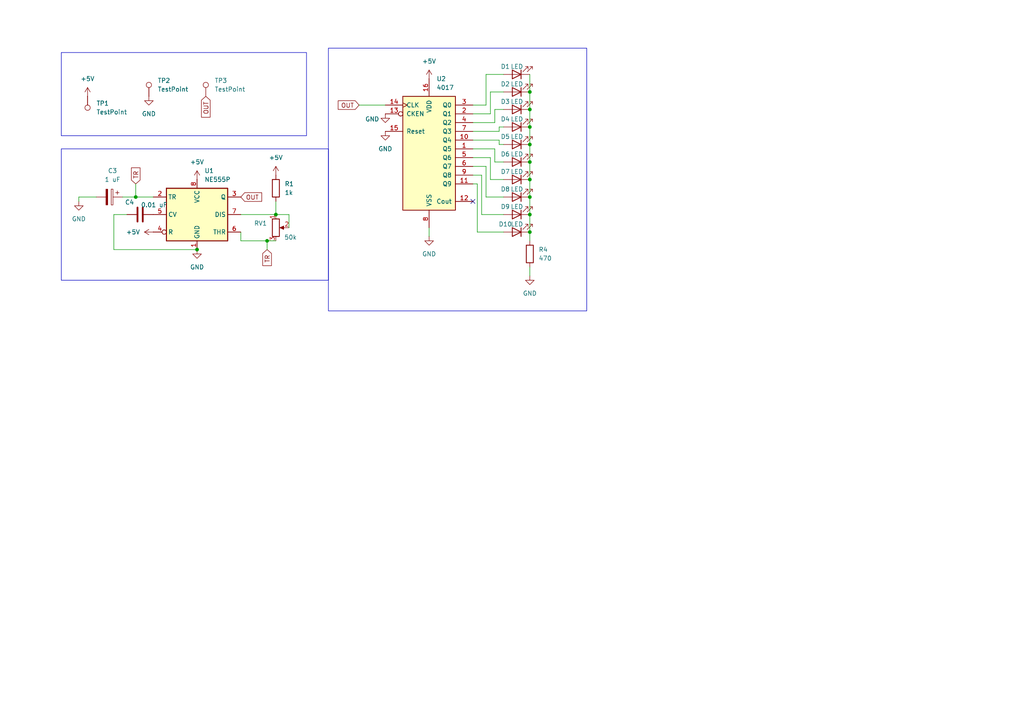
<source format=kicad_sch>
(kicad_sch
	(version 20250114)
	(generator "eeschema")
	(generator_version "9.0")
	(uuid "458e9770-b922-4021-ac3c-2f58aedc2626")
	(paper "A4")
	(lib_symbols
		(symbol "4xxx:4017"
			(pin_names
				(offset 1.016)
			)
			(exclude_from_sim no)
			(in_bom yes)
			(on_board yes)
			(property "Reference" "U"
				(at -7.62 16.51 0)
				(effects
					(font
						(size 1.27 1.27)
					)
				)
			)
			(property "Value" "4017"
				(at -7.62 -19.05 0)
				(effects
					(font
						(size 1.27 1.27)
					)
				)
			)
			(property "Footprint" ""
				(at 0 0 0)
				(effects
					(font
						(size 1.27 1.27)
					)
					(hide yes)
				)
			)
			(property "Datasheet" "http://www.intersil.com/content/dam/Intersil/documents/cd40/cd4017bms-22bms.pdf"
				(at 0 0 0)
				(effects
					(font
						(size 1.27 1.27)
					)
					(hide yes)
				)
			)
			(property "Description" "Johnson Counter ( 10 outputs )"
				(at 0 0 0)
				(effects
					(font
						(size 1.27 1.27)
					)
					(hide yes)
				)
			)
			(property "ki_locked" ""
				(at 0 0 0)
				(effects
					(font
						(size 1.27 1.27)
					)
				)
			)
			(property "ki_keywords" "CNT CNT10"
				(at 0 0 0)
				(effects
					(font
						(size 1.27 1.27)
					)
					(hide yes)
				)
			)
			(property "ki_fp_filters" "DIP?16*"
				(at 0 0 0)
				(effects
					(font
						(size 1.27 1.27)
					)
					(hide yes)
				)
			)
			(symbol "4017_1_0"
				(pin input clock
					(at -12.7 12.7 0)
					(length 5.08)
					(name "CLK"
						(effects
							(font
								(size 1.27 1.27)
							)
						)
					)
					(number "14"
						(effects
							(font
								(size 1.27 1.27)
							)
						)
					)
				)
				(pin input inverted
					(at -12.7 10.16 0)
					(length 5.08)
					(name "CKEN"
						(effects
							(font
								(size 1.27 1.27)
							)
						)
					)
					(number "13"
						(effects
							(font
								(size 1.27 1.27)
							)
						)
					)
				)
				(pin input line
					(at -12.7 5.08 0)
					(length 5.08)
					(name "Reset"
						(effects
							(font
								(size 1.27 1.27)
							)
						)
					)
					(number "15"
						(effects
							(font
								(size 1.27 1.27)
							)
						)
					)
				)
				(pin power_in line
					(at 0 20.32 270)
					(length 5.08)
					(name "VDD"
						(effects
							(font
								(size 1.27 1.27)
							)
						)
					)
					(number "16"
						(effects
							(font
								(size 1.27 1.27)
							)
						)
					)
				)
				(pin power_in line
					(at 0 -22.86 90)
					(length 5.08)
					(name "VSS"
						(effects
							(font
								(size 1.27 1.27)
							)
						)
					)
					(number "8"
						(effects
							(font
								(size 1.27 1.27)
							)
						)
					)
				)
				(pin output line
					(at 12.7 12.7 180)
					(length 5.08)
					(name "Q0"
						(effects
							(font
								(size 1.27 1.27)
							)
						)
					)
					(number "3"
						(effects
							(font
								(size 1.27 1.27)
							)
						)
					)
				)
				(pin output line
					(at 12.7 10.16 180)
					(length 5.08)
					(name "Q1"
						(effects
							(font
								(size 1.27 1.27)
							)
						)
					)
					(number "2"
						(effects
							(font
								(size 1.27 1.27)
							)
						)
					)
				)
				(pin output line
					(at 12.7 7.62 180)
					(length 5.08)
					(name "Q2"
						(effects
							(font
								(size 1.27 1.27)
							)
						)
					)
					(number "4"
						(effects
							(font
								(size 1.27 1.27)
							)
						)
					)
				)
				(pin output line
					(at 12.7 5.08 180)
					(length 5.08)
					(name "Q3"
						(effects
							(font
								(size 1.27 1.27)
							)
						)
					)
					(number "7"
						(effects
							(font
								(size 1.27 1.27)
							)
						)
					)
				)
				(pin output line
					(at 12.7 2.54 180)
					(length 5.08)
					(name "Q4"
						(effects
							(font
								(size 1.27 1.27)
							)
						)
					)
					(number "10"
						(effects
							(font
								(size 1.27 1.27)
							)
						)
					)
				)
				(pin output line
					(at 12.7 0 180)
					(length 5.08)
					(name "Q5"
						(effects
							(font
								(size 1.27 1.27)
							)
						)
					)
					(number "1"
						(effects
							(font
								(size 1.27 1.27)
							)
						)
					)
				)
				(pin output line
					(at 12.7 -2.54 180)
					(length 5.08)
					(name "Q6"
						(effects
							(font
								(size 1.27 1.27)
							)
						)
					)
					(number "5"
						(effects
							(font
								(size 1.27 1.27)
							)
						)
					)
				)
				(pin output line
					(at 12.7 -5.08 180)
					(length 5.08)
					(name "Q7"
						(effects
							(font
								(size 1.27 1.27)
							)
						)
					)
					(number "6"
						(effects
							(font
								(size 1.27 1.27)
							)
						)
					)
				)
				(pin output line
					(at 12.7 -7.62 180)
					(length 5.08)
					(name "Q8"
						(effects
							(font
								(size 1.27 1.27)
							)
						)
					)
					(number "9"
						(effects
							(font
								(size 1.27 1.27)
							)
						)
					)
				)
				(pin output line
					(at 12.7 -10.16 180)
					(length 5.08)
					(name "Q9"
						(effects
							(font
								(size 1.27 1.27)
							)
						)
					)
					(number "11"
						(effects
							(font
								(size 1.27 1.27)
							)
						)
					)
				)
				(pin output line
					(at 12.7 -15.24 180)
					(length 5.08)
					(name "Cout"
						(effects
							(font
								(size 1.27 1.27)
							)
						)
					)
					(number "12"
						(effects
							(font
								(size 1.27 1.27)
							)
						)
					)
				)
			)
			(symbol "4017_1_1"
				(rectangle
					(start -7.62 15.24)
					(end 7.62 -17.78)
					(stroke
						(width 0.254)
						(type default)
					)
					(fill
						(type background)
					)
				)
			)
			(embedded_fonts no)
		)
		(symbol "Connector:TestPoint"
			(pin_numbers
				(hide yes)
			)
			(pin_names
				(offset 0.762)
				(hide yes)
			)
			(exclude_from_sim no)
			(in_bom yes)
			(on_board yes)
			(property "Reference" "TP"
				(at 0 6.858 0)
				(effects
					(font
						(size 1.27 1.27)
					)
				)
			)
			(property "Value" "TestPoint"
				(at 0 5.08 0)
				(effects
					(font
						(size 1.27 1.27)
					)
				)
			)
			(property "Footprint" ""
				(at 5.08 0 0)
				(effects
					(font
						(size 1.27 1.27)
					)
					(hide yes)
				)
			)
			(property "Datasheet" "~"
				(at 5.08 0 0)
				(effects
					(font
						(size 1.27 1.27)
					)
					(hide yes)
				)
			)
			(property "Description" "test point"
				(at 0 0 0)
				(effects
					(font
						(size 1.27 1.27)
					)
					(hide yes)
				)
			)
			(property "ki_keywords" "test point tp"
				(at 0 0 0)
				(effects
					(font
						(size 1.27 1.27)
					)
					(hide yes)
				)
			)
			(property "ki_fp_filters" "Pin* Test*"
				(at 0 0 0)
				(effects
					(font
						(size 1.27 1.27)
					)
					(hide yes)
				)
			)
			(symbol "TestPoint_0_1"
				(circle
					(center 0 3.302)
					(radius 0.762)
					(stroke
						(width 0)
						(type default)
					)
					(fill
						(type none)
					)
				)
			)
			(symbol "TestPoint_1_1"
				(pin passive line
					(at 0 0 90)
					(length 2.54)
					(name "1"
						(effects
							(font
								(size 1.27 1.27)
							)
						)
					)
					(number "1"
						(effects
							(font
								(size 1.27 1.27)
							)
						)
					)
				)
			)
			(embedded_fonts no)
		)
		(symbol "Device:C"
			(pin_numbers
				(hide yes)
			)
			(pin_names
				(offset 0.254)
			)
			(exclude_from_sim no)
			(in_bom yes)
			(on_board yes)
			(property "Reference" "C"
				(at 0.635 2.54 0)
				(effects
					(font
						(size 1.27 1.27)
					)
					(justify left)
				)
			)
			(property "Value" "C"
				(at 0.635 -2.54 0)
				(effects
					(font
						(size 1.27 1.27)
					)
					(justify left)
				)
			)
			(property "Footprint" ""
				(at 0.9652 -3.81 0)
				(effects
					(font
						(size 1.27 1.27)
					)
					(hide yes)
				)
			)
			(property "Datasheet" "~"
				(at 0 0 0)
				(effects
					(font
						(size 1.27 1.27)
					)
					(hide yes)
				)
			)
			(property "Description" "Unpolarized capacitor"
				(at 0 0 0)
				(effects
					(font
						(size 1.27 1.27)
					)
					(hide yes)
				)
			)
			(property "ki_keywords" "cap capacitor"
				(at 0 0 0)
				(effects
					(font
						(size 1.27 1.27)
					)
					(hide yes)
				)
			)
			(property "ki_fp_filters" "C_*"
				(at 0 0 0)
				(effects
					(font
						(size 1.27 1.27)
					)
					(hide yes)
				)
			)
			(symbol "C_0_1"
				(polyline
					(pts
						(xy -2.032 0.762) (xy 2.032 0.762)
					)
					(stroke
						(width 0.508)
						(type default)
					)
					(fill
						(type none)
					)
				)
				(polyline
					(pts
						(xy -2.032 -0.762) (xy 2.032 -0.762)
					)
					(stroke
						(width 0.508)
						(type default)
					)
					(fill
						(type none)
					)
				)
			)
			(symbol "C_1_1"
				(pin passive line
					(at 0 3.81 270)
					(length 2.794)
					(name "~"
						(effects
							(font
								(size 1.27 1.27)
							)
						)
					)
					(number "1"
						(effects
							(font
								(size 1.27 1.27)
							)
						)
					)
				)
				(pin passive line
					(at 0 -3.81 90)
					(length 2.794)
					(name "~"
						(effects
							(font
								(size 1.27 1.27)
							)
						)
					)
					(number "2"
						(effects
							(font
								(size 1.27 1.27)
							)
						)
					)
				)
			)
			(embedded_fonts no)
		)
		(symbol "Device:C_Polarized"
			(pin_numbers
				(hide yes)
			)
			(pin_names
				(offset 0.254)
			)
			(exclude_from_sim no)
			(in_bom yes)
			(on_board yes)
			(property "Reference" "C"
				(at 0.635 2.54 0)
				(effects
					(font
						(size 1.27 1.27)
					)
					(justify left)
				)
			)
			(property "Value" "C_Polarized"
				(at 0.635 -2.54 0)
				(effects
					(font
						(size 1.27 1.27)
					)
					(justify left)
				)
			)
			(property "Footprint" ""
				(at 0.9652 -3.81 0)
				(effects
					(font
						(size 1.27 1.27)
					)
					(hide yes)
				)
			)
			(property "Datasheet" "~"
				(at 0 0 0)
				(effects
					(font
						(size 1.27 1.27)
					)
					(hide yes)
				)
			)
			(property "Description" "Polarized capacitor"
				(at 0 0 0)
				(effects
					(font
						(size 1.27 1.27)
					)
					(hide yes)
				)
			)
			(property "ki_keywords" "cap capacitor"
				(at 0 0 0)
				(effects
					(font
						(size 1.27 1.27)
					)
					(hide yes)
				)
			)
			(property "ki_fp_filters" "CP_*"
				(at 0 0 0)
				(effects
					(font
						(size 1.27 1.27)
					)
					(hide yes)
				)
			)
			(symbol "C_Polarized_0_1"
				(rectangle
					(start -2.286 0.508)
					(end 2.286 1.016)
					(stroke
						(width 0)
						(type default)
					)
					(fill
						(type none)
					)
				)
				(polyline
					(pts
						(xy -1.778 2.286) (xy -0.762 2.286)
					)
					(stroke
						(width 0)
						(type default)
					)
					(fill
						(type none)
					)
				)
				(polyline
					(pts
						(xy -1.27 2.794) (xy -1.27 1.778)
					)
					(stroke
						(width 0)
						(type default)
					)
					(fill
						(type none)
					)
				)
				(rectangle
					(start 2.286 -0.508)
					(end -2.286 -1.016)
					(stroke
						(width 0)
						(type default)
					)
					(fill
						(type outline)
					)
				)
			)
			(symbol "C_Polarized_1_1"
				(pin passive line
					(at 0 3.81 270)
					(length 2.794)
					(name "~"
						(effects
							(font
								(size 1.27 1.27)
							)
						)
					)
					(number "1"
						(effects
							(font
								(size 1.27 1.27)
							)
						)
					)
				)
				(pin passive line
					(at 0 -3.81 90)
					(length 2.794)
					(name "~"
						(effects
							(font
								(size 1.27 1.27)
							)
						)
					)
					(number "2"
						(effects
							(font
								(size 1.27 1.27)
							)
						)
					)
				)
			)
			(embedded_fonts no)
		)
		(symbol "Device:LED"
			(pin_numbers
				(hide yes)
			)
			(pin_names
				(offset 1.016)
				(hide yes)
			)
			(exclude_from_sim no)
			(in_bom yes)
			(on_board yes)
			(property "Reference" "D"
				(at 0 2.54 0)
				(effects
					(font
						(size 1.27 1.27)
					)
				)
			)
			(property "Value" "LED"
				(at 0 -2.54 0)
				(effects
					(font
						(size 1.27 1.27)
					)
				)
			)
			(property "Footprint" ""
				(at 0 0 0)
				(effects
					(font
						(size 1.27 1.27)
					)
					(hide yes)
				)
			)
			(property "Datasheet" "~"
				(at 0 0 0)
				(effects
					(font
						(size 1.27 1.27)
					)
					(hide yes)
				)
			)
			(property "Description" "Light emitting diode"
				(at 0 0 0)
				(effects
					(font
						(size 1.27 1.27)
					)
					(hide yes)
				)
			)
			(property "Sim.Pins" "1=K 2=A"
				(at 0 0 0)
				(effects
					(font
						(size 1.27 1.27)
					)
					(hide yes)
				)
			)
			(property "ki_keywords" "LED diode"
				(at 0 0 0)
				(effects
					(font
						(size 1.27 1.27)
					)
					(hide yes)
				)
			)
			(property "ki_fp_filters" "LED* LED_SMD:* LED_THT:*"
				(at 0 0 0)
				(effects
					(font
						(size 1.27 1.27)
					)
					(hide yes)
				)
			)
			(symbol "LED_0_1"
				(polyline
					(pts
						(xy -3.048 -0.762) (xy -4.572 -2.286) (xy -3.81 -2.286) (xy -4.572 -2.286) (xy -4.572 -1.524)
					)
					(stroke
						(width 0)
						(type default)
					)
					(fill
						(type none)
					)
				)
				(polyline
					(pts
						(xy -1.778 -0.762) (xy -3.302 -2.286) (xy -2.54 -2.286) (xy -3.302 -2.286) (xy -3.302 -1.524)
					)
					(stroke
						(width 0)
						(type default)
					)
					(fill
						(type none)
					)
				)
				(polyline
					(pts
						(xy -1.27 0) (xy 1.27 0)
					)
					(stroke
						(width 0)
						(type default)
					)
					(fill
						(type none)
					)
				)
				(polyline
					(pts
						(xy -1.27 -1.27) (xy -1.27 1.27)
					)
					(stroke
						(width 0.254)
						(type default)
					)
					(fill
						(type none)
					)
				)
				(polyline
					(pts
						(xy 1.27 -1.27) (xy 1.27 1.27) (xy -1.27 0) (xy 1.27 -1.27)
					)
					(stroke
						(width 0.254)
						(type default)
					)
					(fill
						(type none)
					)
				)
			)
			(symbol "LED_1_1"
				(pin passive line
					(at -3.81 0 0)
					(length 2.54)
					(name "K"
						(effects
							(font
								(size 1.27 1.27)
							)
						)
					)
					(number "1"
						(effects
							(font
								(size 1.27 1.27)
							)
						)
					)
				)
				(pin passive line
					(at 3.81 0 180)
					(length 2.54)
					(name "A"
						(effects
							(font
								(size 1.27 1.27)
							)
						)
					)
					(number "2"
						(effects
							(font
								(size 1.27 1.27)
							)
						)
					)
				)
			)
			(embedded_fonts no)
		)
		(symbol "Device:R"
			(pin_numbers
				(hide yes)
			)
			(pin_names
				(offset 0)
			)
			(exclude_from_sim no)
			(in_bom yes)
			(on_board yes)
			(property "Reference" "R"
				(at 2.032 0 90)
				(effects
					(font
						(size 1.27 1.27)
					)
				)
			)
			(property "Value" "R"
				(at 0 0 90)
				(effects
					(font
						(size 1.27 1.27)
					)
				)
			)
			(property "Footprint" ""
				(at -1.778 0 90)
				(effects
					(font
						(size 1.27 1.27)
					)
					(hide yes)
				)
			)
			(property "Datasheet" "~"
				(at 0 0 0)
				(effects
					(font
						(size 1.27 1.27)
					)
					(hide yes)
				)
			)
			(property "Description" "Resistor"
				(at 0 0 0)
				(effects
					(font
						(size 1.27 1.27)
					)
					(hide yes)
				)
			)
			(property "ki_keywords" "R res resistor"
				(at 0 0 0)
				(effects
					(font
						(size 1.27 1.27)
					)
					(hide yes)
				)
			)
			(property "ki_fp_filters" "R_*"
				(at 0 0 0)
				(effects
					(font
						(size 1.27 1.27)
					)
					(hide yes)
				)
			)
			(symbol "R_0_1"
				(rectangle
					(start -1.016 -2.54)
					(end 1.016 2.54)
					(stroke
						(width 0.254)
						(type default)
					)
					(fill
						(type none)
					)
				)
			)
			(symbol "R_1_1"
				(pin passive line
					(at 0 3.81 270)
					(length 1.27)
					(name "~"
						(effects
							(font
								(size 1.27 1.27)
							)
						)
					)
					(number "1"
						(effects
							(font
								(size 1.27 1.27)
							)
						)
					)
				)
				(pin passive line
					(at 0 -3.81 90)
					(length 1.27)
					(name "~"
						(effects
							(font
								(size 1.27 1.27)
							)
						)
					)
					(number "2"
						(effects
							(font
								(size 1.27 1.27)
							)
						)
					)
				)
			)
			(embedded_fonts no)
		)
		(symbol "Device:R_Potentiometer"
			(pin_names
				(offset 1.016)
				(hide yes)
			)
			(exclude_from_sim no)
			(in_bom yes)
			(on_board yes)
			(property "Reference" "RV"
				(at -4.445 0 90)
				(effects
					(font
						(size 1.27 1.27)
					)
				)
			)
			(property "Value" "R_Potentiometer"
				(at -2.54 0 90)
				(effects
					(font
						(size 1.27 1.27)
					)
				)
			)
			(property "Footprint" ""
				(at 0 0 0)
				(effects
					(font
						(size 1.27 1.27)
					)
					(hide yes)
				)
			)
			(property "Datasheet" "~"
				(at 0 0 0)
				(effects
					(font
						(size 1.27 1.27)
					)
					(hide yes)
				)
			)
			(property "Description" "Potentiometer"
				(at 0 0 0)
				(effects
					(font
						(size 1.27 1.27)
					)
					(hide yes)
				)
			)
			(property "ki_keywords" "resistor variable"
				(at 0 0 0)
				(effects
					(font
						(size 1.27 1.27)
					)
					(hide yes)
				)
			)
			(property "ki_fp_filters" "Potentiometer*"
				(at 0 0 0)
				(effects
					(font
						(size 1.27 1.27)
					)
					(hide yes)
				)
			)
			(symbol "R_Potentiometer_0_1"
				(rectangle
					(start 1.016 2.54)
					(end -1.016 -2.54)
					(stroke
						(width 0.254)
						(type default)
					)
					(fill
						(type none)
					)
				)
				(polyline
					(pts
						(xy 1.143 0) (xy 2.286 0.508) (xy 2.286 -0.508) (xy 1.143 0)
					)
					(stroke
						(width 0)
						(type default)
					)
					(fill
						(type outline)
					)
				)
				(polyline
					(pts
						(xy 2.54 0) (xy 1.524 0)
					)
					(stroke
						(width 0)
						(type default)
					)
					(fill
						(type none)
					)
				)
			)
			(symbol "R_Potentiometer_1_1"
				(pin passive line
					(at 0 3.81 270)
					(length 1.27)
					(name "1"
						(effects
							(font
								(size 1.27 1.27)
							)
						)
					)
					(number "1"
						(effects
							(font
								(size 1.27 1.27)
							)
						)
					)
				)
				(pin passive line
					(at 0 -3.81 90)
					(length 1.27)
					(name "3"
						(effects
							(font
								(size 1.27 1.27)
							)
						)
					)
					(number "3"
						(effects
							(font
								(size 1.27 1.27)
							)
						)
					)
				)
				(pin passive line
					(at 3.81 0 180)
					(length 1.27)
					(name "2"
						(effects
							(font
								(size 1.27 1.27)
							)
						)
					)
					(number "2"
						(effects
							(font
								(size 1.27 1.27)
							)
						)
					)
				)
			)
			(embedded_fonts no)
		)
		(symbol "Timer:NE555P"
			(exclude_from_sim no)
			(in_bom yes)
			(on_board yes)
			(property "Reference" "U"
				(at -10.16 8.89 0)
				(effects
					(font
						(size 1.27 1.27)
					)
					(justify left)
				)
			)
			(property "Value" "NE555P"
				(at 2.54 8.89 0)
				(effects
					(font
						(size 1.27 1.27)
					)
					(justify left)
				)
			)
			(property "Footprint" "Package_DIP:DIP-8_W7.62mm"
				(at 16.51 -10.16 0)
				(effects
					(font
						(size 1.27 1.27)
					)
					(hide yes)
				)
			)
			(property "Datasheet" "http://www.ti.com/lit/ds/symlink/ne555.pdf"
				(at 21.59 -10.16 0)
				(effects
					(font
						(size 1.27 1.27)
					)
					(hide yes)
				)
			)
			(property "Description" "Precision Timers, 555 compatible,  PDIP-8"
				(at 0 0 0)
				(effects
					(font
						(size 1.27 1.27)
					)
					(hide yes)
				)
			)
			(property "ki_keywords" "single timer 555"
				(at 0 0 0)
				(effects
					(font
						(size 1.27 1.27)
					)
					(hide yes)
				)
			)
			(property "ki_fp_filters" "DIP*W7.62mm*"
				(at 0 0 0)
				(effects
					(font
						(size 1.27 1.27)
					)
					(hide yes)
				)
			)
			(symbol "NE555P_0_0"
				(pin power_in line
					(at 0 10.16 270)
					(length 2.54)
					(name "VCC"
						(effects
							(font
								(size 1.27 1.27)
							)
						)
					)
					(number "8"
						(effects
							(font
								(size 1.27 1.27)
							)
						)
					)
				)
				(pin power_in line
					(at 0 -10.16 90)
					(length 2.54)
					(name "GND"
						(effects
							(font
								(size 1.27 1.27)
							)
						)
					)
					(number "1"
						(effects
							(font
								(size 1.27 1.27)
							)
						)
					)
				)
			)
			(symbol "NE555P_0_1"
				(rectangle
					(start -8.89 -7.62)
					(end 8.89 7.62)
					(stroke
						(width 0.254)
						(type default)
					)
					(fill
						(type background)
					)
				)
				(rectangle
					(start -8.89 -7.62)
					(end 8.89 7.62)
					(stroke
						(width 0.254)
						(type default)
					)
					(fill
						(type background)
					)
				)
			)
			(symbol "NE555P_1_1"
				(pin input line
					(at -12.7 5.08 0)
					(length 3.81)
					(name "TR"
						(effects
							(font
								(size 1.27 1.27)
							)
						)
					)
					(number "2"
						(effects
							(font
								(size 1.27 1.27)
							)
						)
					)
				)
				(pin input line
					(at -12.7 0 0)
					(length 3.81)
					(name "CV"
						(effects
							(font
								(size 1.27 1.27)
							)
						)
					)
					(number "5"
						(effects
							(font
								(size 1.27 1.27)
							)
						)
					)
				)
				(pin input inverted
					(at -12.7 -5.08 0)
					(length 3.81)
					(name "R"
						(effects
							(font
								(size 1.27 1.27)
							)
						)
					)
					(number "4"
						(effects
							(font
								(size 1.27 1.27)
							)
						)
					)
				)
				(pin output line
					(at 12.7 5.08 180)
					(length 3.81)
					(name "Q"
						(effects
							(font
								(size 1.27 1.27)
							)
						)
					)
					(number "3"
						(effects
							(font
								(size 1.27 1.27)
							)
						)
					)
				)
				(pin input line
					(at 12.7 0 180)
					(length 3.81)
					(name "DIS"
						(effects
							(font
								(size 1.27 1.27)
							)
						)
					)
					(number "7"
						(effects
							(font
								(size 1.27 1.27)
							)
						)
					)
				)
				(pin input line
					(at 12.7 -5.08 180)
					(length 3.81)
					(name "THR"
						(effects
							(font
								(size 1.27 1.27)
							)
						)
					)
					(number "6"
						(effects
							(font
								(size 1.27 1.27)
							)
						)
					)
				)
			)
			(embedded_fonts no)
		)
		(symbol "power:+5V"
			(power)
			(pin_numbers
				(hide yes)
			)
			(pin_names
				(offset 0)
				(hide yes)
			)
			(exclude_from_sim no)
			(in_bom yes)
			(on_board yes)
			(property "Reference" "#PWR"
				(at 0 -3.81 0)
				(effects
					(font
						(size 1.27 1.27)
					)
					(hide yes)
				)
			)
			(property "Value" "+5V"
				(at 0 3.556 0)
				(effects
					(font
						(size 1.27 1.27)
					)
				)
			)
			(property "Footprint" ""
				(at 0 0 0)
				(effects
					(font
						(size 1.27 1.27)
					)
					(hide yes)
				)
			)
			(property "Datasheet" ""
				(at 0 0 0)
				(effects
					(font
						(size 1.27 1.27)
					)
					(hide yes)
				)
			)
			(property "Description" "Power symbol creates a global label with name \"+5V\""
				(at 0 0 0)
				(effects
					(font
						(size 1.27 1.27)
					)
					(hide yes)
				)
			)
			(property "ki_keywords" "global power"
				(at 0 0 0)
				(effects
					(font
						(size 1.27 1.27)
					)
					(hide yes)
				)
			)
			(symbol "+5V_0_1"
				(polyline
					(pts
						(xy -0.762 1.27) (xy 0 2.54)
					)
					(stroke
						(width 0)
						(type default)
					)
					(fill
						(type none)
					)
				)
				(polyline
					(pts
						(xy 0 2.54) (xy 0.762 1.27)
					)
					(stroke
						(width 0)
						(type default)
					)
					(fill
						(type none)
					)
				)
				(polyline
					(pts
						(xy 0 0) (xy 0 2.54)
					)
					(stroke
						(width 0)
						(type default)
					)
					(fill
						(type none)
					)
				)
			)
			(symbol "+5V_1_1"
				(pin power_in line
					(at 0 0 90)
					(length 0)
					(name "~"
						(effects
							(font
								(size 1.27 1.27)
							)
						)
					)
					(number "1"
						(effects
							(font
								(size 1.27 1.27)
							)
						)
					)
				)
			)
			(embedded_fonts no)
		)
		(symbol "power:GND"
			(power)
			(pin_numbers
				(hide yes)
			)
			(pin_names
				(offset 0)
				(hide yes)
			)
			(exclude_from_sim no)
			(in_bom yes)
			(on_board yes)
			(property "Reference" "#PWR"
				(at 0 -6.35 0)
				(effects
					(font
						(size 1.27 1.27)
					)
					(hide yes)
				)
			)
			(property "Value" "GND"
				(at 0 -3.81 0)
				(effects
					(font
						(size 1.27 1.27)
					)
				)
			)
			(property "Footprint" ""
				(at 0 0 0)
				(effects
					(font
						(size 1.27 1.27)
					)
					(hide yes)
				)
			)
			(property "Datasheet" ""
				(at 0 0 0)
				(effects
					(font
						(size 1.27 1.27)
					)
					(hide yes)
				)
			)
			(property "Description" "Power symbol creates a global label with name \"GND\" , ground"
				(at 0 0 0)
				(effects
					(font
						(size 1.27 1.27)
					)
					(hide yes)
				)
			)
			(property "ki_keywords" "global power"
				(at 0 0 0)
				(effects
					(font
						(size 1.27 1.27)
					)
					(hide yes)
				)
			)
			(symbol "GND_0_1"
				(polyline
					(pts
						(xy 0 0) (xy 0 -1.27) (xy 1.27 -1.27) (xy 0 -2.54) (xy -1.27 -1.27) (xy 0 -1.27)
					)
					(stroke
						(width 0)
						(type default)
					)
					(fill
						(type none)
					)
				)
			)
			(symbol "GND_1_1"
				(pin power_in line
					(at 0 0 270)
					(length 0)
					(name "~"
						(effects
							(font
								(size 1.27 1.27)
							)
						)
					)
					(number "1"
						(effects
							(font
								(size 1.27 1.27)
							)
						)
					)
				)
			)
			(embedded_fonts no)
		)
	)
	(rectangle
		(start 17.78 43.18)
		(end 95.25 81.28)
		(stroke
			(width 0)
			(type default)
		)
		(fill
			(type none)
		)
		(uuid 419f986d-26c1-473c-b0ba-86429ba6990d)
	)
	(rectangle
		(start 95.25 13.97)
		(end 170.18 90.17)
		(stroke
			(width 0)
			(type default)
		)
		(fill
			(type none)
		)
		(uuid 8324531d-2ea3-41df-af93-dde52c2a1a9d)
	)
	(rectangle
		(start 17.78 15.24)
		(end 88.9 39.37)
		(stroke
			(width 0)
			(type default)
		)
		(fill
			(type none)
		)
		(uuid aaaaef77-68e1-4f8d-8a2f-26509f273e91)
	)
	(junction
		(at 39.37 57.15)
		(diameter 0)
		(color 0 0 0 0)
		(uuid "06713ec7-552d-44e8-999b-f492c65e6ad8")
	)
	(junction
		(at 153.67 46.99)
		(diameter 0)
		(color 0 0 0 0)
		(uuid "265e1b21-c056-452c-8ea8-eaecf26ec328")
	)
	(junction
		(at 153.67 36.83)
		(diameter 0)
		(color 0 0 0 0)
		(uuid "33379a13-a77c-457b-b8a1-ad77c93aed34")
	)
	(junction
		(at 153.67 31.75)
		(diameter 0)
		(color 0 0 0 0)
		(uuid "470bc32f-d793-4b06-84c6-7b9ef30c895d")
	)
	(junction
		(at 153.67 62.23)
		(diameter 0)
		(color 0 0 0 0)
		(uuid "5f699cb7-a67f-4e4b-bc67-277184b04df9")
	)
	(junction
		(at 153.67 41.91)
		(diameter 0)
		(color 0 0 0 0)
		(uuid "61bf599c-eee9-4593-9d23-459583635c98")
	)
	(junction
		(at 153.67 57.15)
		(diameter 0)
		(color 0 0 0 0)
		(uuid "9921222b-b7bb-4124-a1aa-92f31cc70166")
	)
	(junction
		(at 57.15 72.39)
		(diameter 0)
		(color 0 0 0 0)
		(uuid "b9a51831-73d8-4483-9e18-6a1d709645dc")
	)
	(junction
		(at 153.67 67.31)
		(diameter 0)
		(color 0 0 0 0)
		(uuid "bbb209f0-01bc-43ca-807b-030f3b4b7336")
	)
	(junction
		(at 153.67 52.07)
		(diameter 0)
		(color 0 0 0 0)
		(uuid "cc029201-53c3-4bdd-8d02-2ed369f1a523")
	)
	(junction
		(at 80.01 62.23)
		(diameter 0)
		(color 0 0 0 0)
		(uuid "e02ea7a5-0bcb-4e1a-a51b-504b3336cfeb")
	)
	(junction
		(at 77.47 69.85)
		(diameter 0)
		(color 0 0 0 0)
		(uuid "ea4d85f7-0e77-45c1-ba91-3d5a2513827f")
	)
	(junction
		(at 153.67 26.67)
		(diameter 0)
		(color 0 0 0 0)
		(uuid "fee3632a-dadc-49b9-9dd8-157b916b40a6")
	)
	(no_connect
		(at 137.16 58.42)
		(uuid "b73f4f03-6212-4c09-b970-e8a18aef06e1")
	)
	(wire
		(pts
			(xy 33.02 62.23) (xy 33.02 72.39)
		)
		(stroke
			(width 0)
			(type default)
		)
		(uuid "02df2dca-46f8-4aa3-8ff7-bf64d8628eab")
	)
	(wire
		(pts
			(xy 142.24 52.07) (xy 146.05 52.07)
		)
		(stroke
			(width 0)
			(type default)
		)
		(uuid "02e465ec-a1af-4dae-9cf4-8efa524e3e78")
	)
	(wire
		(pts
			(xy 137.16 33.02) (xy 142.24 33.02)
		)
		(stroke
			(width 0)
			(type default)
		)
		(uuid "060ad0e9-7e6e-409f-80e1-48f33bc408d8")
	)
	(wire
		(pts
			(xy 137.16 50.8) (xy 139.7 50.8)
		)
		(stroke
			(width 0)
			(type default)
		)
		(uuid "0c29f2e8-c4a6-4954-befe-c4ffe5e4d496")
	)
	(wire
		(pts
			(xy 80.01 62.23) (xy 83.82 62.23)
		)
		(stroke
			(width 0)
			(type default)
		)
		(uuid "0fa2567f-f0ea-49c1-bb2b-47ad2e60fb23")
	)
	(wire
		(pts
			(xy 35.56 57.15) (xy 39.37 57.15)
		)
		(stroke
			(width 0)
			(type default)
		)
		(uuid "14143997-51d7-46f4-91b4-f19d2e478d92")
	)
	(wire
		(pts
			(xy 39.37 57.15) (xy 44.45 57.15)
		)
		(stroke
			(width 0)
			(type default)
		)
		(uuid "14e60317-2dc4-4c1b-a540-5b247dfaeb2a")
	)
	(wire
		(pts
			(xy 140.97 30.48) (xy 140.97 21.59)
		)
		(stroke
			(width 0)
			(type default)
		)
		(uuid "1a98ae7e-396d-46fe-9096-661da1a6ee67")
	)
	(wire
		(pts
			(xy 142.24 33.02) (xy 142.24 26.67)
		)
		(stroke
			(width 0)
			(type default)
		)
		(uuid "1bc4f0ed-6a14-4dc0-acb6-ea3c395e0556")
	)
	(wire
		(pts
			(xy 137.16 38.1) (xy 144.78 38.1)
		)
		(stroke
			(width 0)
			(type default)
		)
		(uuid "2587581a-1b1e-4123-8771-c5b4d94635eb")
	)
	(wire
		(pts
			(xy 80.01 58.42) (xy 80.01 62.23)
		)
		(stroke
			(width 0)
			(type default)
		)
		(uuid "28bac988-d4e3-4e09-9b35-3d0bf400305d")
	)
	(wire
		(pts
			(xy 39.37 53.34) (xy 39.37 57.15)
		)
		(stroke
			(width 0)
			(type default)
		)
		(uuid "31506bfe-adce-43c3-965e-9b60106a5805")
	)
	(wire
		(pts
			(xy 77.47 72.39) (xy 77.47 69.85)
		)
		(stroke
			(width 0)
			(type default)
		)
		(uuid "31bd8da8-d4e0-4c9a-a702-c025503e70fc")
	)
	(wire
		(pts
			(xy 138.43 53.34) (xy 138.43 67.31)
		)
		(stroke
			(width 0)
			(type default)
		)
		(uuid "32c0af15-43b3-4bd2-a1d7-9c12818a9a71")
	)
	(wire
		(pts
			(xy 139.7 62.23) (xy 146.05 62.23)
		)
		(stroke
			(width 0)
			(type default)
		)
		(uuid "34747cbd-329b-4344-a3bc-f9edfbdad2f7")
	)
	(wire
		(pts
			(xy 140.97 57.15) (xy 146.05 57.15)
		)
		(stroke
			(width 0)
			(type default)
		)
		(uuid "369c8f7f-aab2-4825-b2ca-762013f92ef6")
	)
	(wire
		(pts
			(xy 144.78 36.83) (xy 146.05 36.83)
		)
		(stroke
			(width 0)
			(type default)
		)
		(uuid "3dbea3f3-4578-47a2-b193-823ef7d31915")
	)
	(wire
		(pts
			(xy 144.78 40.64) (xy 144.78 41.91)
		)
		(stroke
			(width 0)
			(type default)
		)
		(uuid "3dce3f05-2c49-4b05-a274-506eec0bcd95")
	)
	(wire
		(pts
			(xy 143.51 35.56) (xy 143.51 31.75)
		)
		(stroke
			(width 0)
			(type default)
		)
		(uuid "47acc921-cfc8-4fdc-b4cd-af7f48f6fbfb")
	)
	(wire
		(pts
			(xy 143.51 46.99) (xy 146.05 46.99)
		)
		(stroke
			(width 0)
			(type default)
		)
		(uuid "48b56b98-57ef-4e8b-91b2-5f395fd6a255")
	)
	(wire
		(pts
			(xy 143.51 31.75) (xy 146.05 31.75)
		)
		(stroke
			(width 0)
			(type default)
		)
		(uuid "4b1b4e02-e806-4353-baab-8be625ab5cea")
	)
	(wire
		(pts
			(xy 137.16 40.64) (xy 144.78 40.64)
		)
		(stroke
			(width 0)
			(type default)
		)
		(uuid "4edeb87a-0a54-476f-b787-4d1c1d7ad647")
	)
	(wire
		(pts
			(xy 144.78 38.1) (xy 144.78 36.83)
		)
		(stroke
			(width 0)
			(type default)
		)
		(uuid "4fcd30d3-6d03-4602-b1c1-a1f434d97f4f")
	)
	(wire
		(pts
			(xy 140.97 21.59) (xy 146.05 21.59)
		)
		(stroke
			(width 0)
			(type default)
		)
		(uuid "5404f5a6-186e-4db1-931b-bb18da209bf6")
	)
	(wire
		(pts
			(xy 138.43 67.31) (xy 146.05 67.31)
		)
		(stroke
			(width 0)
			(type default)
		)
		(uuid "56ad8e58-3b33-43dd-b908-b6b036ebc4fc")
	)
	(wire
		(pts
			(xy 143.51 43.18) (xy 143.51 46.99)
		)
		(stroke
			(width 0)
			(type default)
		)
		(uuid "67687b0f-2ce0-40fc-b08c-63403bbf18ff")
	)
	(wire
		(pts
			(xy 153.67 41.91) (xy 153.67 46.99)
		)
		(stroke
			(width 0)
			(type default)
		)
		(uuid "6a011300-f4a5-4eab-a363-5b14f91b77bf")
	)
	(wire
		(pts
			(xy 153.67 67.31) (xy 153.67 69.85)
		)
		(stroke
			(width 0)
			(type default)
		)
		(uuid "6ca5104b-2a19-4ff1-8917-41a981feafc1")
	)
	(wire
		(pts
			(xy 77.47 69.85) (xy 80.01 69.85)
		)
		(stroke
			(width 0)
			(type default)
		)
		(uuid "6dd4c96b-c5a3-43d3-bf47-15d2280c859e")
	)
	(wire
		(pts
			(xy 142.24 45.72) (xy 142.24 52.07)
		)
		(stroke
			(width 0)
			(type default)
		)
		(uuid "71e8616b-2124-45cb-8f2c-77fbabc8de7b")
	)
	(wire
		(pts
			(xy 36.83 62.23) (xy 33.02 62.23)
		)
		(stroke
			(width 0)
			(type default)
		)
		(uuid "75ab1b37-1091-4b00-ac69-f39e7deb1ac9")
	)
	(wire
		(pts
			(xy 153.67 57.15) (xy 153.67 62.23)
		)
		(stroke
			(width 0)
			(type default)
		)
		(uuid "76d3fefb-22b2-4629-8a39-1bfd0be94a56")
	)
	(wire
		(pts
			(xy 137.16 43.18) (xy 143.51 43.18)
		)
		(stroke
			(width 0)
			(type default)
		)
		(uuid "7725c04c-631a-4451-8037-0402e91c81fd")
	)
	(wire
		(pts
			(xy 153.67 31.75) (xy 153.67 36.83)
		)
		(stroke
			(width 0)
			(type default)
		)
		(uuid "786bdbd7-6cf2-4a90-97a8-e599ab75147b")
	)
	(wire
		(pts
			(xy 140.97 48.26) (xy 140.97 57.15)
		)
		(stroke
			(width 0)
			(type default)
		)
		(uuid "8e91a276-a097-46cf-9300-94a27101fabe")
	)
	(wire
		(pts
			(xy 33.02 72.39) (xy 57.15 72.39)
		)
		(stroke
			(width 0)
			(type default)
		)
		(uuid "94987153-ce74-4ff9-94ae-672d67bdee90")
	)
	(wire
		(pts
			(xy 137.16 48.26) (xy 140.97 48.26)
		)
		(stroke
			(width 0)
			(type default)
		)
		(uuid "aa2bd1a5-ec95-432b-9a6d-c24bdf9eb22f")
	)
	(wire
		(pts
			(xy 22.86 57.15) (xy 27.94 57.15)
		)
		(stroke
			(width 0)
			(type default)
		)
		(uuid "ac61f45d-c86f-4c20-8d24-70cab9ff6eb3")
	)
	(wire
		(pts
			(xy 153.67 77.47) (xy 153.67 80.01)
		)
		(stroke
			(width 0)
			(type default)
		)
		(uuid "ad87c9bd-e447-487c-8cb7-c80af34c5455")
	)
	(wire
		(pts
			(xy 139.7 50.8) (xy 139.7 62.23)
		)
		(stroke
			(width 0)
			(type default)
		)
		(uuid "af2a3966-9f3d-413a-af05-c713c8eb7647")
	)
	(wire
		(pts
			(xy 153.67 52.07) (xy 153.67 57.15)
		)
		(stroke
			(width 0)
			(type default)
		)
		(uuid "b1ce6f01-da83-4db5-9afa-1f3c7338aada")
	)
	(wire
		(pts
			(xy 153.67 26.67) (xy 153.67 31.75)
		)
		(stroke
			(width 0)
			(type default)
		)
		(uuid "b23e78a1-7b16-429f-a421-1950c9df1a51")
	)
	(wire
		(pts
			(xy 124.46 66.04) (xy 124.46 68.58)
		)
		(stroke
			(width 0)
			(type default)
		)
		(uuid "c28e3795-384a-4f43-a8aa-fb804b7c0fa3")
	)
	(wire
		(pts
			(xy 142.24 26.67) (xy 146.05 26.67)
		)
		(stroke
			(width 0)
			(type default)
		)
		(uuid "cc54259a-a5f4-4071-8b08-a94b1c08b8d2")
	)
	(wire
		(pts
			(xy 144.78 41.91) (xy 146.05 41.91)
		)
		(stroke
			(width 0)
			(type default)
		)
		(uuid "d2eea65c-ec7b-4752-b579-43615bab5677")
	)
	(wire
		(pts
			(xy 153.67 62.23) (xy 153.67 67.31)
		)
		(stroke
			(width 0)
			(type default)
		)
		(uuid "d5aecd95-3f67-4655-b9cc-c723e5dbb555")
	)
	(wire
		(pts
			(xy 137.16 30.48) (xy 140.97 30.48)
		)
		(stroke
			(width 0)
			(type default)
		)
		(uuid "d5eb404a-615a-410a-8034-0afe50b741df")
	)
	(wire
		(pts
			(xy 104.14 30.48) (xy 111.76 30.48)
		)
		(stroke
			(width 0)
			(type default)
		)
		(uuid "dbbf019f-4fab-41c4-87e1-cd2688397d49")
	)
	(wire
		(pts
			(xy 137.16 35.56) (xy 143.51 35.56)
		)
		(stroke
			(width 0)
			(type default)
		)
		(uuid "dc5a4d0b-accd-426a-8e13-6eec60a35e61")
	)
	(wire
		(pts
			(xy 153.67 46.99) (xy 153.67 52.07)
		)
		(stroke
			(width 0)
			(type default)
		)
		(uuid "dfdc295f-d24e-4579-b3a3-df80e98eb6ef")
	)
	(wire
		(pts
			(xy 22.86 58.42) (xy 22.86 57.15)
		)
		(stroke
			(width 0)
			(type default)
		)
		(uuid "e35075fb-659e-438f-883c-734230df5f87")
	)
	(wire
		(pts
			(xy 69.85 69.85) (xy 77.47 69.85)
		)
		(stroke
			(width 0)
			(type default)
		)
		(uuid "e523df7e-3f78-402b-bf38-87dbe79305f0")
	)
	(wire
		(pts
			(xy 69.85 67.31) (xy 69.85 69.85)
		)
		(stroke
			(width 0)
			(type default)
		)
		(uuid "e845dc5a-4a1a-44f1-a644-cd0e897fa251")
	)
	(wire
		(pts
			(xy 69.85 62.23) (xy 80.01 62.23)
		)
		(stroke
			(width 0)
			(type default)
		)
		(uuid "e856f312-103a-42da-9569-9dbf9c7cc7e1")
	)
	(wire
		(pts
			(xy 153.67 21.59) (xy 153.67 26.67)
		)
		(stroke
			(width 0)
			(type default)
		)
		(uuid "e8974c96-8d6f-455b-9c2d-d04b004346ef")
	)
	(wire
		(pts
			(xy 137.16 53.34) (xy 138.43 53.34)
		)
		(stroke
			(width 0)
			(type default)
		)
		(uuid "ee6a8494-205c-45a1-860e-3af24d281156")
	)
	(wire
		(pts
			(xy 153.67 36.83) (xy 153.67 41.91)
		)
		(stroke
			(width 0)
			(type default)
		)
		(uuid "f057e398-7892-4fa2-be90-f28e33abafbd")
	)
	(wire
		(pts
			(xy 83.82 62.23) (xy 83.82 66.04)
		)
		(stroke
			(width 0)
			(type default)
		)
		(uuid "f1909f44-d74f-4880-880c-1adf09144c4f")
	)
	(wire
		(pts
			(xy 137.16 45.72) (xy 142.24 45.72)
		)
		(stroke
			(width 0)
			(type default)
		)
		(uuid "f4526bad-c524-4be0-8715-19d7f2b3ab23")
	)
	(global_label "TR"
		(shape input)
		(at 77.47 72.39 270)
		(fields_autoplaced yes)
		(effects
			(font
				(size 1.27 1.27)
			)
			(justify right)
		)
		(uuid "103076a1-351f-44ce-aada-85b50b5c5d15")
		(property "Intersheetrefs" "${INTERSHEET_REFS}"
			(at 77.47 77.6128 90)
			(effects
				(font
					(size 1.27 1.27)
				)
				(justify right)
				(hide yes)
			)
		)
	)
	(global_label "TR"
		(shape input)
		(at 39.37 53.34 90)
		(fields_autoplaced yes)
		(effects
			(font
				(size 1.27 1.27)
			)
			(justify left)
		)
		(uuid "28e53a45-0e84-4b8d-a0c9-4ca3779ad8b4")
		(property "Intersheetrefs" "${INTERSHEET_REFS}"
			(at 39.37 48.1172 90)
			(effects
				(font
					(size 1.27 1.27)
				)
				(justify left)
				(hide yes)
			)
		)
	)
	(global_label "OUT"
		(shape input)
		(at 59.69 27.94 270)
		(fields_autoplaced yes)
		(effects
			(font
				(size 1.27 1.27)
			)
			(justify right)
		)
		(uuid "8e81ddbe-9087-4edf-b3e0-c80fe4926112")
		(property "Intersheetrefs" "${INTERSHEET_REFS}"
			(at 59.69 34.5538 90)
			(effects
				(font
					(size 1.27 1.27)
				)
				(justify right)
				(hide yes)
			)
		)
	)
	(global_label "OUT"
		(shape input)
		(at 104.14 30.48 180)
		(fields_autoplaced yes)
		(effects
			(font
				(size 1.27 1.27)
			)
			(justify right)
		)
		(uuid "a161056a-dc89-49b3-94c8-8dda95802a52")
		(property "Intersheetrefs" "${INTERSHEET_REFS}"
			(at 97.5262 30.48 0)
			(effects
				(font
					(size 1.27 1.27)
				)
				(justify right)
				(hide yes)
			)
		)
	)
	(global_label "OUT"
		(shape input)
		(at 69.85 57.15 0)
		(fields_autoplaced yes)
		(effects
			(font
				(size 1.27 1.27)
			)
			(justify left)
		)
		(uuid "ec1a2fda-992c-4b21-97c9-2dfbbae06c72")
		(property "Intersheetrefs" "${INTERSHEET_REFS}"
			(at 76.4638 57.15 0)
			(effects
				(font
					(size 1.27 1.27)
				)
				(justify left)
				(hide yes)
			)
		)
	)
	(symbol
		(lib_id "Device:C_Polarized")
		(at 31.75 57.15 270)
		(unit 1)
		(exclude_from_sim no)
		(in_bom yes)
		(on_board yes)
		(dnp no)
		(fields_autoplaced yes)
		(uuid "3e806e1f-5cdc-4e8e-96c8-73bf92bf2717")
		(property "Reference" "C3"
			(at 32.639 49.53 90)
			(effects
				(font
					(size 1.27 1.27)
				)
			)
		)
		(property "Value" "1 uF"
			(at 32.639 52.07 90)
			(effects
				(font
					(size 1.27 1.27)
				)
			)
		)
		(property "Footprint" "Capacitor_THT:CP_Radial_D5.0mm_P2.00mm"
			(at 27.94 58.1152 0)
			(effects
				(font
					(size 1.27 1.27)
				)
				(hide yes)
			)
		)
		(property "Datasheet" "~"
			(at 31.75 57.15 0)
			(effects
				(font
					(size 1.27 1.27)
				)
				(hide yes)
			)
		)
		(property "Description" "Polarized capacitor"
			(at 31.75 57.15 0)
			(effects
				(font
					(size 1.27 1.27)
				)
				(hide yes)
			)
		)
		(pin "2"
			(uuid "71fc5bab-0c87-4502-b352-cab0f2e33b60")
		)
		(pin "1"
			(uuid "074d6dbf-c8d8-40c4-90a0-3f9660738de5")
		)
		(instances
			(project ""
				(path "/458e9770-b922-4021-ac3c-2f58aedc2626"
					(reference "C3")
					(unit 1)
				)
			)
		)
	)
	(symbol
		(lib_id "Device:LED")
		(at 149.86 67.31 180)
		(unit 1)
		(exclude_from_sim no)
		(in_bom yes)
		(on_board yes)
		(dnp no)
		(uuid "47f4b8f0-7b73-48c6-9950-f1f56c4f8d06")
		(property "Reference" "D10"
			(at 146.558 65.024 0)
			(effects
				(font
					(size 1.27 1.27)
				)
			)
		)
		(property "Value" "LED"
			(at 149.9235 65.024 0)
			(effects
				(font
					(size 1.27 1.27)
				)
			)
		)
		(property "Footprint" "LED_THT:LED_D3.0mm"
			(at 149.86 67.31 0)
			(effects
				(font
					(size 1.27 1.27)
				)
				(hide yes)
			)
		)
		(property "Datasheet" "~"
			(at 149.86 67.31 0)
			(effects
				(font
					(size 1.27 1.27)
				)
				(hide yes)
			)
		)
		(property "Description" "Light emitting diode"
			(at 149.86 67.31 0)
			(effects
				(font
					(size 1.27 1.27)
				)
				(hide yes)
			)
		)
		(property "Sim.Pins" "1=K 2=A"
			(at 149.86 67.31 0)
			(effects
				(font
					(size 1.27 1.27)
				)
				(hide yes)
			)
		)
		(pin "1"
			(uuid "7470c60f-478e-4768-983e-3b8811cfcae6")
		)
		(pin "2"
			(uuid "26938446-38c3-4782-98c4-074965a257c4")
		)
		(instances
			(project "BLINKER"
				(path "/458e9770-b922-4021-ac3c-2f58aedc2626"
					(reference "D10")
					(unit 1)
				)
			)
		)
	)
	(symbol
		(lib_id "power:GND")
		(at 57.15 72.39 0)
		(unit 1)
		(exclude_from_sim no)
		(in_bom yes)
		(on_board yes)
		(dnp no)
		(fields_autoplaced yes)
		(uuid "4c3d2b04-4460-4e34-a54c-212e379d1796")
		(property "Reference" "#PWR011"
			(at 57.15 78.74 0)
			(effects
				(font
					(size 1.27 1.27)
				)
				(hide yes)
			)
		)
		(property "Value" "GND"
			(at 57.15 77.47 0)
			(effects
				(font
					(size 1.27 1.27)
				)
			)
		)
		(property "Footprint" ""
			(at 57.15 72.39 0)
			(effects
				(font
					(size 1.27 1.27)
				)
				(hide yes)
			)
		)
		(property "Datasheet" ""
			(at 57.15 72.39 0)
			(effects
				(font
					(size 1.27 1.27)
				)
				(hide yes)
			)
		)
		(property "Description" "Power symbol creates a global label with name \"GND\" , ground"
			(at 57.15 72.39 0)
			(effects
				(font
					(size 1.27 1.27)
				)
				(hide yes)
			)
		)
		(pin "1"
			(uuid "0831bfb2-083a-401e-a376-e92dd1c23e0a")
		)
		(instances
			(project ""
				(path "/458e9770-b922-4021-ac3c-2f58aedc2626"
					(reference "#PWR011")
					(unit 1)
				)
			)
		)
	)
	(symbol
		(lib_id "Connector:TestPoint")
		(at 25.4 27.94 180)
		(unit 1)
		(exclude_from_sim no)
		(in_bom yes)
		(on_board yes)
		(dnp no)
		(fields_autoplaced yes)
		(uuid "4f6f49d2-bf31-4ac3-835d-ca7ca3a5c0f1")
		(property "Reference" "TP1"
			(at 27.94 29.9719 0)
			(effects
				(font
					(size 1.27 1.27)
				)
				(justify right)
			)
		)
		(property "Value" "TestPoint"
			(at 27.94 32.5119 0)
			(effects
				(font
					(size 1.27 1.27)
				)
				(justify right)
			)
		)
		(property "Footprint" "Connector_PinSocket_2.54mm:PinSocket_1x01_P2.54mm_Vertical"
			(at 20.32 27.94 0)
			(effects
				(font
					(size 1.27 1.27)
				)
				(hide yes)
			)
		)
		(property "Datasheet" "~"
			(at 20.32 27.94 0)
			(effects
				(font
					(size 1.27 1.27)
				)
				(hide yes)
			)
		)
		(property "Description" "test point"
			(at 25.4 27.94 0)
			(effects
				(font
					(size 1.27 1.27)
				)
				(hide yes)
			)
		)
		(pin "1"
			(uuid "1250f674-470e-41af-9c58-e6dbc2e9f1f6")
		)
		(instances
			(project ""
				(path "/458e9770-b922-4021-ac3c-2f58aedc2626"
					(reference "TP1")
					(unit 1)
				)
			)
		)
	)
	(symbol
		(lib_id "power:+5V")
		(at 80.01 50.8 0)
		(unit 1)
		(exclude_from_sim no)
		(in_bom yes)
		(on_board yes)
		(dnp no)
		(fields_autoplaced yes)
		(uuid "67b4bada-e5b2-4bcc-93c8-e1d9c87d8d25")
		(property "Reference" "#PWR08"
			(at 80.01 54.61 0)
			(effects
				(font
					(size 1.27 1.27)
				)
				(hide yes)
			)
		)
		(property "Value" "+5V"
			(at 80.01 45.72 0)
			(effects
				(font
					(size 1.27 1.27)
				)
			)
		)
		(property "Footprint" ""
			(at 80.01 50.8 0)
			(effects
				(font
					(size 1.27 1.27)
				)
				(hide yes)
			)
		)
		(property "Datasheet" ""
			(at 80.01 50.8 0)
			(effects
				(font
					(size 1.27 1.27)
				)
				(hide yes)
			)
		)
		(property "Description" "Power symbol creates a global label with name \"+5V\""
			(at 80.01 50.8 0)
			(effects
				(font
					(size 1.27 1.27)
				)
				(hide yes)
			)
		)
		(pin "1"
			(uuid "1e04f433-1fe7-4f4c-972c-e4d6d5c63c36")
		)
		(instances
			(project "BLINKER"
				(path "/458e9770-b922-4021-ac3c-2f58aedc2626"
					(reference "#PWR08")
					(unit 1)
				)
			)
		)
	)
	(symbol
		(lib_id "Timer:NE555P")
		(at 57.15 62.23 0)
		(unit 1)
		(exclude_from_sim no)
		(in_bom yes)
		(on_board yes)
		(dnp no)
		(fields_autoplaced yes)
		(uuid "6a73c864-190c-49b3-945c-d12ddd541352")
		(property "Reference" "U1"
			(at 59.2933 49.53 0)
			(effects
				(font
					(size 1.27 1.27)
				)
				(justify left)
			)
		)
		(property "Value" "NE555P"
			(at 59.2933 52.07 0)
			(effects
				(font
					(size 1.27 1.27)
				)
				(justify left)
			)
		)
		(property "Footprint" "Package_DIP:DIP-8_W7.62mm"
			(at 73.66 72.39 0)
			(effects
				(font
					(size 1.27 1.27)
				)
				(hide yes)
			)
		)
		(property "Datasheet" "http://www.ti.com/lit/ds/symlink/ne555.pdf"
			(at 78.74 72.39 0)
			(effects
				(font
					(size 1.27 1.27)
				)
				(hide yes)
			)
		)
		(property "Description" "Precision Timers, 555 compatible,  PDIP-8"
			(at 57.15 62.23 0)
			(effects
				(font
					(size 1.27 1.27)
				)
				(hide yes)
			)
		)
		(pin "8"
			(uuid "05198a8d-740a-443d-93fc-43ea8b29172a")
		)
		(pin "3"
			(uuid "40dc1921-f10c-48f0-b338-268c296293e2")
		)
		(pin "4"
			(uuid "8ac1328d-2718-48c1-89d2-166aa4d0608d")
		)
		(pin "2"
			(uuid "93993e22-0fec-4395-8b61-b39068eed714")
		)
		(pin "5"
			(uuid "02ec7bfc-75bf-425c-9ab0-401b2d09b064")
		)
		(pin "7"
			(uuid "1ab2817c-5719-4fdc-88bc-4f5155babd42")
		)
		(pin "1"
			(uuid "1376ab08-f44c-46f3-be63-803ffb19ce40")
		)
		(pin "6"
			(uuid "257b5cec-7015-48ab-afb5-32310fb53072")
		)
		(instances
			(project ""
				(path "/458e9770-b922-4021-ac3c-2f58aedc2626"
					(reference "U1")
					(unit 1)
				)
			)
		)
	)
	(symbol
		(lib_id "power:GND")
		(at 111.76 33.02 0)
		(unit 1)
		(exclude_from_sim no)
		(in_bom yes)
		(on_board yes)
		(dnp no)
		(uuid "6df8eb7e-7018-4b53-836e-f072bd71cb97")
		(property "Reference" "#PWR04"
			(at 111.76 39.37 0)
			(effects
				(font
					(size 1.27 1.27)
				)
				(hide yes)
			)
		)
		(property "Value" "GND"
			(at 107.95 34.544 0)
			(effects
				(font
					(size 1.27 1.27)
				)
			)
		)
		(property "Footprint" ""
			(at 111.76 33.02 0)
			(effects
				(font
					(size 1.27 1.27)
				)
				(hide yes)
			)
		)
		(property "Datasheet" ""
			(at 111.76 33.02 0)
			(effects
				(font
					(size 1.27 1.27)
				)
				(hide yes)
			)
		)
		(property "Description" "Power symbol creates a global label with name \"GND\" , ground"
			(at 111.76 33.02 0)
			(effects
				(font
					(size 1.27 1.27)
				)
				(hide yes)
			)
		)
		(pin "1"
			(uuid "8bfdd150-bc5b-41a5-b221-62b8bae8b3f9")
		)
		(instances
			(project ""
				(path "/458e9770-b922-4021-ac3c-2f58aedc2626"
					(reference "#PWR04")
					(unit 1)
				)
			)
		)
	)
	(symbol
		(lib_id "power:GND")
		(at 124.46 68.58 0)
		(unit 1)
		(exclude_from_sim no)
		(in_bom yes)
		(on_board yes)
		(dnp no)
		(fields_autoplaced yes)
		(uuid "73c10a16-4448-4ec5-84fe-407fb6edf0f8")
		(property "Reference" "#PWR02"
			(at 124.46 74.93 0)
			(effects
				(font
					(size 1.27 1.27)
				)
				(hide yes)
			)
		)
		(property "Value" "GND"
			(at 124.46 73.66 0)
			(effects
				(font
					(size 1.27 1.27)
				)
			)
		)
		(property "Footprint" ""
			(at 124.46 68.58 0)
			(effects
				(font
					(size 1.27 1.27)
				)
				(hide yes)
			)
		)
		(property "Datasheet" ""
			(at 124.46 68.58 0)
			(effects
				(font
					(size 1.27 1.27)
				)
				(hide yes)
			)
		)
		(property "Description" "Power symbol creates a global label with name \"GND\" , ground"
			(at 124.46 68.58 0)
			(effects
				(font
					(size 1.27 1.27)
				)
				(hide yes)
			)
		)
		(pin "1"
			(uuid "0c16d5eb-a56d-4c5d-af75-4d9094a672cc")
		)
		(instances
			(project ""
				(path "/458e9770-b922-4021-ac3c-2f58aedc2626"
					(reference "#PWR02")
					(unit 1)
				)
			)
		)
	)
	(symbol
		(lib_id "Device:LED")
		(at 149.86 26.67 180)
		(unit 1)
		(exclude_from_sim no)
		(in_bom yes)
		(on_board yes)
		(dnp no)
		(uuid "77bed2af-c76b-4489-b8aa-4fee1209bdbe")
		(property "Reference" "D2"
			(at 146.558 24.384 0)
			(effects
				(font
					(size 1.27 1.27)
				)
			)
		)
		(property "Value" "LED"
			(at 149.9235 24.384 0)
			(effects
				(font
					(size 1.27 1.27)
				)
			)
		)
		(property "Footprint" "LED_THT:LED_D3.0mm"
			(at 149.86 26.67 0)
			(effects
				(font
					(size 1.27 1.27)
				)
				(hide yes)
			)
		)
		(property "Datasheet" "~"
			(at 149.86 26.67 0)
			(effects
				(font
					(size 1.27 1.27)
				)
				(hide yes)
			)
		)
		(property "Description" "Light emitting diode"
			(at 149.86 26.67 0)
			(effects
				(font
					(size 1.27 1.27)
				)
				(hide yes)
			)
		)
		(property "Sim.Pins" "1=K 2=A"
			(at 149.86 26.67 0)
			(effects
				(font
					(size 1.27 1.27)
				)
				(hide yes)
			)
		)
		(pin "1"
			(uuid "7207840e-fd3a-4c51-a0e0-24cb3037b073")
		)
		(pin "2"
			(uuid "f5f5a849-4026-4c0d-9ccd-228ed4a4b715")
		)
		(instances
			(project "BLINKER"
				(path "/458e9770-b922-4021-ac3c-2f58aedc2626"
					(reference "D2")
					(unit 1)
				)
			)
		)
	)
	(symbol
		(lib_id "power:+5V")
		(at 124.46 22.86 0)
		(unit 1)
		(exclude_from_sim no)
		(in_bom yes)
		(on_board yes)
		(dnp no)
		(fields_autoplaced yes)
		(uuid "7eb95b81-226c-493a-8ee5-544b9bb0c9c9")
		(property "Reference" "#PWR05"
			(at 124.46 26.67 0)
			(effects
				(font
					(size 1.27 1.27)
				)
				(hide yes)
			)
		)
		(property "Value" "+5V"
			(at 124.46 17.78 0)
			(effects
				(font
					(size 1.27 1.27)
				)
			)
		)
		(property "Footprint" ""
			(at 124.46 22.86 0)
			(effects
				(font
					(size 1.27 1.27)
				)
				(hide yes)
			)
		)
		(property "Datasheet" ""
			(at 124.46 22.86 0)
			(effects
				(font
					(size 1.27 1.27)
				)
				(hide yes)
			)
		)
		(property "Description" "Power symbol creates a global label with name \"+5V\""
			(at 124.46 22.86 0)
			(effects
				(font
					(size 1.27 1.27)
				)
				(hide yes)
			)
		)
		(pin "1"
			(uuid "6b14b273-c48e-4d81-9fbb-3e72724e95db")
		)
		(instances
			(project ""
				(path "/458e9770-b922-4021-ac3c-2f58aedc2626"
					(reference "#PWR05")
					(unit 1)
				)
			)
		)
	)
	(symbol
		(lib_id "power:+5V")
		(at 57.15 52.07 0)
		(unit 1)
		(exclude_from_sim no)
		(in_bom yes)
		(on_board yes)
		(dnp no)
		(fields_autoplaced yes)
		(uuid "8bff9553-ed5c-43d4-bf3e-b838d0ba8e4a")
		(property "Reference" "#PWR07"
			(at 57.15 55.88 0)
			(effects
				(font
					(size 1.27 1.27)
				)
				(hide yes)
			)
		)
		(property "Value" "+5V"
			(at 57.15 46.99 0)
			(effects
				(font
					(size 1.27 1.27)
				)
			)
		)
		(property "Footprint" ""
			(at 57.15 52.07 0)
			(effects
				(font
					(size 1.27 1.27)
				)
				(hide yes)
			)
		)
		(property "Datasheet" ""
			(at 57.15 52.07 0)
			(effects
				(font
					(size 1.27 1.27)
				)
				(hide yes)
			)
		)
		(property "Description" "Power symbol creates a global label with name \"+5V\""
			(at 57.15 52.07 0)
			(effects
				(font
					(size 1.27 1.27)
				)
				(hide yes)
			)
		)
		(pin "1"
			(uuid "93810a68-3a91-4eff-aa3a-4f80bd2d7728")
		)
		(instances
			(project "BLINKER"
				(path "/458e9770-b922-4021-ac3c-2f58aedc2626"
					(reference "#PWR07")
					(unit 1)
				)
			)
		)
	)
	(symbol
		(lib_id "power:GND")
		(at 43.18 27.94 0)
		(unit 1)
		(exclude_from_sim no)
		(in_bom yes)
		(on_board yes)
		(dnp no)
		(fields_autoplaced yes)
		(uuid "8cab0e2a-322c-48a6-85ed-135bf7a646c1")
		(property "Reference" "#PWR010"
			(at 43.18 34.29 0)
			(effects
				(font
					(size 1.27 1.27)
				)
				(hide yes)
			)
		)
		(property "Value" "GND"
			(at 43.18 33.02 0)
			(effects
				(font
					(size 1.27 1.27)
				)
			)
		)
		(property "Footprint" ""
			(at 43.18 27.94 0)
			(effects
				(font
					(size 1.27 1.27)
				)
				(hide yes)
			)
		)
		(property "Datasheet" ""
			(at 43.18 27.94 0)
			(effects
				(font
					(size 1.27 1.27)
				)
				(hide yes)
			)
		)
		(property "Description" "Power symbol creates a global label with name \"GND\" , ground"
			(at 43.18 27.94 0)
			(effects
				(font
					(size 1.27 1.27)
				)
				(hide yes)
			)
		)
		(pin "1"
			(uuid "aa64608e-00ae-488a-aa96-6a10f0b3afbf")
		)
		(instances
			(project ""
				(path "/458e9770-b922-4021-ac3c-2f58aedc2626"
					(reference "#PWR010")
					(unit 1)
				)
			)
		)
	)
	(symbol
		(lib_id "Device:LED")
		(at 149.86 31.75 180)
		(unit 1)
		(exclude_from_sim no)
		(in_bom yes)
		(on_board yes)
		(dnp no)
		(uuid "8caeff16-5b72-444d-8d7d-1170c2014c0a")
		(property "Reference" "D3"
			(at 146.558 29.464 0)
			(effects
				(font
					(size 1.27 1.27)
				)
			)
		)
		(property "Value" "LED"
			(at 149.9235 29.464 0)
			(effects
				(font
					(size 1.27 1.27)
				)
			)
		)
		(property "Footprint" "LED_THT:LED_D3.0mm"
			(at 149.86 31.75 0)
			(effects
				(font
					(size 1.27 1.27)
				)
				(hide yes)
			)
		)
		(property "Datasheet" "~"
			(at 149.86 31.75 0)
			(effects
				(font
					(size 1.27 1.27)
				)
				(hide yes)
			)
		)
		(property "Description" "Light emitting diode"
			(at 149.86 31.75 0)
			(effects
				(font
					(size 1.27 1.27)
				)
				(hide yes)
			)
		)
		(property "Sim.Pins" "1=K 2=A"
			(at 149.86 31.75 0)
			(effects
				(font
					(size 1.27 1.27)
				)
				(hide yes)
			)
		)
		(pin "1"
			(uuid "1990e6ce-465e-4938-93eb-8727a503c28d")
		)
		(pin "2"
			(uuid "987cfb0c-2cf4-4c31-932d-d2ef2da05a70")
		)
		(instances
			(project "BLINKER"
				(path "/458e9770-b922-4021-ac3c-2f58aedc2626"
					(reference "D3")
					(unit 1)
				)
			)
		)
	)
	(symbol
		(lib_id "4xxx:4017")
		(at 124.46 43.18 0)
		(unit 1)
		(exclude_from_sim no)
		(in_bom yes)
		(on_board yes)
		(dnp no)
		(fields_autoplaced yes)
		(uuid "8ef8772c-de0e-447a-9ce6-d66f696ddb85")
		(property "Reference" "U2"
			(at 126.6033 22.86 0)
			(effects
				(font
					(size 1.27 1.27)
				)
				(justify left)
			)
		)
		(property "Value" "4017"
			(at 126.6033 25.4 0)
			(effects
				(font
					(size 1.27 1.27)
				)
				(justify left)
			)
		)
		(property "Footprint" "SKNEW:N16"
			(at 124.46 43.18 0)
			(effects
				(font
					(size 1.27 1.27)
				)
				(hide yes)
			)
		)
		(property "Datasheet" "http://www.intersil.com/content/dam/Intersil/documents/cd40/cd4017bms-22bms.pdf"
			(at 124.46 43.18 0)
			(effects
				(font
					(size 1.27 1.27)
				)
				(hide yes)
			)
		)
		(property "Description" "Johnson Counter ( 10 outputs )"
			(at 124.46 43.18 0)
			(effects
				(font
					(size 1.27 1.27)
				)
				(hide yes)
			)
		)
		(pin "4"
			(uuid "071d457a-b40d-4d88-bbeb-5a516e0e2a92")
		)
		(pin "7"
			(uuid "acb8b41c-04c2-426e-a225-c85b1539cb32")
		)
		(pin "15"
			(uuid "7ecb7ab7-b762-4668-be57-d6fd27076bb4")
		)
		(pin "16"
			(uuid "884f5c3e-2b97-48be-b6a1-fdf53ef2dec8")
		)
		(pin "13"
			(uuid "57759337-4a0d-4879-a76b-3e6d1c2b58fe")
		)
		(pin "8"
			(uuid "e4c4d008-beb6-4cf0-ad4d-6b9ce2108ed3")
		)
		(pin "14"
			(uuid "808cdff4-26a4-4ec0-bee9-ee268589d04b")
		)
		(pin "3"
			(uuid "e6568b09-3f3a-4936-be63-81dd59a0f57b")
		)
		(pin "2"
			(uuid "32b0f570-f362-47f5-9f5d-0b7d38e97e4c")
		)
		(pin "9"
			(uuid "b5c6a843-f3f1-4037-a5e1-b20054f3a39d")
		)
		(pin "12"
			(uuid "9a837afb-7a26-47cd-81bc-7fea53fecc86")
		)
		(pin "6"
			(uuid "23a52a70-194a-4d8e-9834-bdb9e71c8844")
		)
		(pin "5"
			(uuid "0d2c26ea-eb51-496a-87fa-b04b0ad8fa01")
		)
		(pin "1"
			(uuid "2cb3d4a8-4d71-45e7-b5fc-6d00d69e2817")
		)
		(pin "11"
			(uuid "78e648e5-8663-4763-8480-fb61acf1bff1")
		)
		(pin "10"
			(uuid "b263c80a-f288-46e5-bb95-0c202fc7fd7c")
		)
		(instances
			(project ""
				(path "/458e9770-b922-4021-ac3c-2f58aedc2626"
					(reference "U2")
					(unit 1)
				)
			)
		)
	)
	(symbol
		(lib_id "power:GND")
		(at 153.67 80.01 0)
		(unit 1)
		(exclude_from_sim no)
		(in_bom yes)
		(on_board yes)
		(dnp no)
		(fields_autoplaced yes)
		(uuid "926104df-6167-49fd-ba30-42ac10e508a1")
		(property "Reference" "#PWR01"
			(at 153.67 86.36 0)
			(effects
				(font
					(size 1.27 1.27)
				)
				(hide yes)
			)
		)
		(property "Value" "GND"
			(at 153.67 85.09 0)
			(effects
				(font
					(size 1.27 1.27)
				)
			)
		)
		(property "Footprint" ""
			(at 153.67 80.01 0)
			(effects
				(font
					(size 1.27 1.27)
				)
				(hide yes)
			)
		)
		(property "Datasheet" ""
			(at 153.67 80.01 0)
			(effects
				(font
					(size 1.27 1.27)
				)
				(hide yes)
			)
		)
		(property "Description" "Power symbol creates a global label with name \"GND\" , ground"
			(at 153.67 80.01 0)
			(effects
				(font
					(size 1.27 1.27)
				)
				(hide yes)
			)
		)
		(pin "1"
			(uuid "ac0af56a-71b1-487a-b9a2-8c93be5f3bef")
		)
		(instances
			(project ""
				(path "/458e9770-b922-4021-ac3c-2f58aedc2626"
					(reference "#PWR01")
					(unit 1)
				)
			)
		)
	)
	(symbol
		(lib_id "Device:R_Potentiometer")
		(at 80.01 66.04 0)
		(unit 1)
		(exclude_from_sim no)
		(in_bom yes)
		(on_board yes)
		(dnp no)
		(uuid "9385c171-241b-4e68-b240-9f5983048cdc")
		(property "Reference" "RV1"
			(at 77.47 64.7699 0)
			(effects
				(font
					(size 1.27 1.27)
				)
				(justify right)
			)
		)
		(property "Value" "50k"
			(at 86.106 68.834 0)
			(effects
				(font
					(size 1.27 1.27)
				)
				(justify right)
			)
		)
		(property "Footprint" "Resistor_THT:R_Axial_DIN0207_L6.3mm_D2.5mm_P7.62mm_Horizontal"
			(at 80.01 66.04 0)
			(effects
				(font
					(size 1.27 1.27)
				)
				(hide yes)
			)
		)
		(property "Datasheet" "~"
			(at 80.01 66.04 0)
			(effects
				(font
					(size 1.27 1.27)
				)
				(hide yes)
			)
		)
		(property "Description" "Potentiometer"
			(at 80.01 66.04 0)
			(effects
				(font
					(size 1.27 1.27)
				)
				(hide yes)
			)
		)
		(pin "1"
			(uuid "2f13b4ef-80e9-4457-9d89-cabca3349793")
		)
		(pin "3"
			(uuid "3ae9c20f-b163-4c11-9681-3a2a75ccfeb7")
		)
		(pin "2"
			(uuid "708da700-69e2-4ff9-857c-1da1be8b332c")
		)
		(instances
			(project ""
				(path "/458e9770-b922-4021-ac3c-2f58aedc2626"
					(reference "RV1")
					(unit 1)
				)
			)
		)
	)
	(symbol
		(lib_id "Device:R")
		(at 153.67 73.66 0)
		(unit 1)
		(exclude_from_sim no)
		(in_bom yes)
		(on_board yes)
		(dnp no)
		(fields_autoplaced yes)
		(uuid "9dd12c11-35a7-4454-96a3-266f0760d122")
		(property "Reference" "R4"
			(at 156.21 72.3899 0)
			(effects
				(font
					(size 1.27 1.27)
				)
				(justify left)
			)
		)
		(property "Value" "470"
			(at 156.21 74.9299 0)
			(effects
				(font
					(size 1.27 1.27)
				)
				(justify left)
			)
		)
		(property "Footprint" "Resistor_THT:R_Axial_DIN0207_L6.3mm_D2.5mm_P7.62mm_Horizontal"
			(at 151.892 73.66 90)
			(effects
				(font
					(size 1.27 1.27)
				)
				(hide yes)
			)
		)
		(property "Datasheet" "~"
			(at 153.67 73.66 0)
			(effects
				(font
					(size 1.27 1.27)
				)
				(hide yes)
			)
		)
		(property "Description" "Resistor"
			(at 153.67 73.66 0)
			(effects
				(font
					(size 1.27 1.27)
				)
				(hide yes)
			)
		)
		(pin "1"
			(uuid "8b8fc904-3f46-4a40-b726-f7bb1c5f4239")
		)
		(pin "2"
			(uuid "551d2547-0794-4feb-bdf6-35706559c6b8")
		)
		(instances
			(project ""
				(path "/458e9770-b922-4021-ac3c-2f58aedc2626"
					(reference "R4")
					(unit 1)
				)
			)
		)
	)
	(symbol
		(lib_id "Device:LED")
		(at 149.86 41.91 180)
		(unit 1)
		(exclude_from_sim no)
		(in_bom yes)
		(on_board yes)
		(dnp no)
		(uuid "a5b04f52-6ec9-4033-ac60-8c1962fdd979")
		(property "Reference" "D5"
			(at 146.558 39.624 0)
			(effects
				(font
					(size 1.27 1.27)
				)
			)
		)
		(property "Value" "LED"
			(at 149.9235 39.624 0)
			(effects
				(font
					(size 1.27 1.27)
				)
			)
		)
		(property "Footprint" "LED_THT:LED_D3.0mm"
			(at 149.86 41.91 0)
			(effects
				(font
					(size 1.27 1.27)
				)
				(hide yes)
			)
		)
		(property "Datasheet" "~"
			(at 149.86 41.91 0)
			(effects
				(font
					(size 1.27 1.27)
				)
				(hide yes)
			)
		)
		(property "Description" "Light emitting diode"
			(at 149.86 41.91 0)
			(effects
				(font
					(size 1.27 1.27)
				)
				(hide yes)
			)
		)
		(property "Sim.Pins" "1=K 2=A"
			(at 149.86 41.91 0)
			(effects
				(font
					(size 1.27 1.27)
				)
				(hide yes)
			)
		)
		(pin "1"
			(uuid "8ef9e9f2-4f8b-455a-9c05-b9f91eea39e4")
		)
		(pin "2"
			(uuid "cfcb7e0e-0043-4770-80ad-bf9297e255a9")
		)
		(instances
			(project "BLINKER"
				(path "/458e9770-b922-4021-ac3c-2f58aedc2626"
					(reference "D5")
					(unit 1)
				)
			)
		)
	)
	(symbol
		(lib_id "Device:LED")
		(at 149.86 52.07 180)
		(unit 1)
		(exclude_from_sim no)
		(in_bom yes)
		(on_board yes)
		(dnp no)
		(uuid "a668aee2-efa2-4438-b710-614d35f96443")
		(property "Reference" "D7"
			(at 146.558 49.784 0)
			(effects
				(font
					(size 1.27 1.27)
				)
			)
		)
		(property "Value" "LED"
			(at 149.9235 49.784 0)
			(effects
				(font
					(size 1.27 1.27)
				)
			)
		)
		(property "Footprint" "LED_THT:LED_D3.0mm"
			(at 149.86 52.07 0)
			(effects
				(font
					(size 1.27 1.27)
				)
				(hide yes)
			)
		)
		(property "Datasheet" "~"
			(at 149.86 52.07 0)
			(effects
				(font
					(size 1.27 1.27)
				)
				(hide yes)
			)
		)
		(property "Description" "Light emitting diode"
			(at 149.86 52.07 0)
			(effects
				(font
					(size 1.27 1.27)
				)
				(hide yes)
			)
		)
		(property "Sim.Pins" "1=K 2=A"
			(at 149.86 52.07 0)
			(effects
				(font
					(size 1.27 1.27)
				)
				(hide yes)
			)
		)
		(pin "1"
			(uuid "1fff62b1-e93e-4b8f-b42a-5fd2c75f09fa")
		)
		(pin "2"
			(uuid "9b0e7d2a-5454-4463-aa4a-de616dd3e926")
		)
		(instances
			(project "BLINKER"
				(path "/458e9770-b922-4021-ac3c-2f58aedc2626"
					(reference "D7")
					(unit 1)
				)
			)
		)
	)
	(symbol
		(lib_id "power:+5V")
		(at 44.45 67.31 90)
		(unit 1)
		(exclude_from_sim no)
		(in_bom yes)
		(on_board yes)
		(dnp no)
		(fields_autoplaced yes)
		(uuid "addbd9c2-1dac-4e00-ba0a-bd671593d470")
		(property "Reference" "#PWR09"
			(at 48.26 67.31 0)
			(effects
				(font
					(size 1.27 1.27)
				)
				(hide yes)
			)
		)
		(property "Value" "+5V"
			(at 40.64 67.3099 90)
			(effects
				(font
					(size 1.27 1.27)
				)
				(justify left)
			)
		)
		(property "Footprint" ""
			(at 44.45 67.31 0)
			(effects
				(font
					(size 1.27 1.27)
				)
				(hide yes)
			)
		)
		(property "Datasheet" ""
			(at 44.45 67.31 0)
			(effects
				(font
					(size 1.27 1.27)
				)
				(hide yes)
			)
		)
		(property "Description" "Power symbol creates a global label with name \"+5V\""
			(at 44.45 67.31 0)
			(effects
				(font
					(size 1.27 1.27)
				)
				(hide yes)
			)
		)
		(pin "1"
			(uuid "43353bd0-d0a4-40a1-a7df-dd08f22de28a")
		)
		(instances
			(project "BLINKER"
				(path "/458e9770-b922-4021-ac3c-2f58aedc2626"
					(reference "#PWR09")
					(unit 1)
				)
			)
		)
	)
	(symbol
		(lib_id "Device:LED")
		(at 149.86 36.83 180)
		(unit 1)
		(exclude_from_sim no)
		(in_bom yes)
		(on_board yes)
		(dnp no)
		(uuid "b21f2ca6-9d39-4c7e-bd96-6a74809cba8a")
		(property "Reference" "D4"
			(at 146.558 34.544 0)
			(effects
				(font
					(size 1.27 1.27)
				)
			)
		)
		(property "Value" "LED"
			(at 149.9235 34.544 0)
			(effects
				(font
					(size 1.27 1.27)
				)
			)
		)
		(property "Footprint" "LED_THT:LED_D3.0mm"
			(at 149.86 36.83 0)
			(effects
				(font
					(size 1.27 1.27)
				)
				(hide yes)
			)
		)
		(property "Datasheet" "~"
			(at 149.86 36.83 0)
			(effects
				(font
					(size 1.27 1.27)
				)
				(hide yes)
			)
		)
		(property "Description" "Light emitting diode"
			(at 149.86 36.83 0)
			(effects
				(font
					(size 1.27 1.27)
				)
				(hide yes)
			)
		)
		(property "Sim.Pins" "1=K 2=A"
			(at 149.86 36.83 0)
			(effects
				(font
					(size 1.27 1.27)
				)
				(hide yes)
			)
		)
		(pin "1"
			(uuid "2efef3ff-3385-4f93-8869-86f6f6e5fdcc")
		)
		(pin "2"
			(uuid "c7724844-93da-4922-b5ee-e76c6602087a")
		)
		(instances
			(project "BLINKER"
				(path "/458e9770-b922-4021-ac3c-2f58aedc2626"
					(reference "D4")
					(unit 1)
				)
			)
		)
	)
	(symbol
		(lib_id "Device:LED")
		(at 149.86 62.23 180)
		(unit 1)
		(exclude_from_sim no)
		(in_bom yes)
		(on_board yes)
		(dnp no)
		(uuid "b3c35c5d-8351-435f-b948-00a85e35e3e4")
		(property "Reference" "D9"
			(at 146.558 59.944 0)
			(effects
				(font
					(size 1.27 1.27)
				)
			)
		)
		(property "Value" "LED"
			(at 149.9235 59.944 0)
			(effects
				(font
					(size 1.27 1.27)
				)
			)
		)
		(property "Footprint" "LED_THT:LED_D3.0mm"
			(at 149.86 62.23 0)
			(effects
				(font
					(size 1.27 1.27)
				)
				(hide yes)
			)
		)
		(property "Datasheet" "~"
			(at 149.86 62.23 0)
			(effects
				(font
					(size 1.27 1.27)
				)
				(hide yes)
			)
		)
		(property "Description" "Light emitting diode"
			(at 149.86 62.23 0)
			(effects
				(font
					(size 1.27 1.27)
				)
				(hide yes)
			)
		)
		(property "Sim.Pins" "1=K 2=A"
			(at 149.86 62.23 0)
			(effects
				(font
					(size 1.27 1.27)
				)
				(hide yes)
			)
		)
		(pin "1"
			(uuid "5238d3f8-8fb4-47f6-b72a-8f78f4dbf41d")
		)
		(pin "2"
			(uuid "bc29c4e5-9d84-4e64-a7b5-c06b6f1e817f")
		)
		(instances
			(project "BLINKER"
				(path "/458e9770-b922-4021-ac3c-2f58aedc2626"
					(reference "D9")
					(unit 1)
				)
			)
		)
	)
	(symbol
		(lib_id "power:GND")
		(at 22.86 58.42 0)
		(unit 1)
		(exclude_from_sim no)
		(in_bom yes)
		(on_board yes)
		(dnp no)
		(fields_autoplaced yes)
		(uuid "bfe76da2-c82b-463c-baca-bf6cf726600e")
		(property "Reference" "#PWR012"
			(at 22.86 64.77 0)
			(effects
				(font
					(size 1.27 1.27)
				)
				(hide yes)
			)
		)
		(property "Value" "GND"
			(at 22.86 63.5 0)
			(effects
				(font
					(size 1.27 1.27)
				)
			)
		)
		(property "Footprint" ""
			(at 22.86 58.42 0)
			(effects
				(font
					(size 1.27 1.27)
				)
				(hide yes)
			)
		)
		(property "Datasheet" ""
			(at 22.86 58.42 0)
			(effects
				(font
					(size 1.27 1.27)
				)
				(hide yes)
			)
		)
		(property "Description" "Power symbol creates a global label with name \"GND\" , ground"
			(at 22.86 58.42 0)
			(effects
				(font
					(size 1.27 1.27)
				)
				(hide yes)
			)
		)
		(pin "1"
			(uuid "0a30d20d-90a2-4fb5-bf8b-1addb6506582")
		)
		(instances
			(project ""
				(path "/458e9770-b922-4021-ac3c-2f58aedc2626"
					(reference "#PWR012")
					(unit 1)
				)
			)
		)
	)
	(symbol
		(lib_id "Device:LED")
		(at 149.86 57.15 180)
		(unit 1)
		(exclude_from_sim no)
		(in_bom yes)
		(on_board yes)
		(dnp no)
		(uuid "bfff5a00-3670-49f7-867a-05aa62d62d26")
		(property "Reference" "D8"
			(at 146.558 54.864 0)
			(effects
				(font
					(size 1.27 1.27)
				)
			)
		)
		(property "Value" "LED"
			(at 149.9235 54.864 0)
			(effects
				(font
					(size 1.27 1.27)
				)
			)
		)
		(property "Footprint" "LED_THT:LED_D3.0mm"
			(at 149.86 57.15 0)
			(effects
				(font
					(size 1.27 1.27)
				)
				(hide yes)
			)
		)
		(property "Datasheet" "~"
			(at 149.86 57.15 0)
			(effects
				(font
					(size 1.27 1.27)
				)
				(hide yes)
			)
		)
		(property "Description" "Light emitting diode"
			(at 149.86 57.15 0)
			(effects
				(font
					(size 1.27 1.27)
				)
				(hide yes)
			)
		)
		(property "Sim.Pins" "1=K 2=A"
			(at 149.86 57.15 0)
			(effects
				(font
					(size 1.27 1.27)
				)
				(hide yes)
			)
		)
		(pin "1"
			(uuid "ec004acb-8412-4ff2-bc1d-81364b0f2da2")
		)
		(pin "2"
			(uuid "daf79ba5-f849-4de1-8885-8d92ac8d0d22")
		)
		(instances
			(project "BLINKER"
				(path "/458e9770-b922-4021-ac3c-2f58aedc2626"
					(reference "D8")
					(unit 1)
				)
			)
		)
	)
	(symbol
		(lib_id "Device:LED")
		(at 149.86 46.99 180)
		(unit 1)
		(exclude_from_sim no)
		(in_bom yes)
		(on_board yes)
		(dnp no)
		(uuid "c1ce9ced-4cc8-4bfa-b2aa-90c047c1aaf9")
		(property "Reference" "D6"
			(at 146.558 44.704 0)
			(effects
				(font
					(size 1.27 1.27)
				)
			)
		)
		(property "Value" "LED"
			(at 149.9235 44.704 0)
			(effects
				(font
					(size 1.27 1.27)
				)
			)
		)
		(property "Footprint" "LED_THT:LED_D3.0mm"
			(at 149.86 46.99 0)
			(effects
				(font
					(size 1.27 1.27)
				)
				(hide yes)
			)
		)
		(property "Datasheet" "~"
			(at 149.86 46.99 0)
			(effects
				(font
					(size 1.27 1.27)
				)
				(hide yes)
			)
		)
		(property "Description" "Light emitting diode"
			(at 149.86 46.99 0)
			(effects
				(font
					(size 1.27 1.27)
				)
				(hide yes)
			)
		)
		(property "Sim.Pins" "1=K 2=A"
			(at 149.86 46.99 0)
			(effects
				(font
					(size 1.27 1.27)
				)
				(hide yes)
			)
		)
		(pin "1"
			(uuid "f7ab629a-e059-4a9e-a73f-d8fa4028b63a")
		)
		(pin "2"
			(uuid "05fa592a-e96f-4e87-ba24-47979dd34a74")
		)
		(instances
			(project "BLINKER"
				(path "/458e9770-b922-4021-ac3c-2f58aedc2626"
					(reference "D6")
					(unit 1)
				)
			)
		)
	)
	(symbol
		(lib_id "power:+5V")
		(at 25.4 27.94 0)
		(unit 1)
		(exclude_from_sim no)
		(in_bom yes)
		(on_board yes)
		(dnp no)
		(fields_autoplaced yes)
		(uuid "c927e127-0ae1-4382-ba48-7899119ac21e")
		(property "Reference" "#PWR06"
			(at 25.4 31.75 0)
			(effects
				(font
					(size 1.27 1.27)
				)
				(hide yes)
			)
		)
		(property "Value" "+5V"
			(at 25.4 22.86 0)
			(effects
				(font
					(size 1.27 1.27)
				)
			)
		)
		(property "Footprint" ""
			(at 25.4 27.94 0)
			(effects
				(font
					(size 1.27 1.27)
				)
				(hide yes)
			)
		)
		(property "Datasheet" ""
			(at 25.4 27.94 0)
			(effects
				(font
					(size 1.27 1.27)
				)
				(hide yes)
			)
		)
		(property "Description" "Power symbol creates a global label with name \"+5V\""
			(at 25.4 27.94 0)
			(effects
				(font
					(size 1.27 1.27)
				)
				(hide yes)
			)
		)
		(pin "1"
			(uuid "3d9d483f-5df9-4a7d-8168-fab1634174da")
		)
		(instances
			(project ""
				(path "/458e9770-b922-4021-ac3c-2f58aedc2626"
					(reference "#PWR06")
					(unit 1)
				)
			)
		)
	)
	(symbol
		(lib_id "Device:C")
		(at 40.64 62.23 90)
		(unit 1)
		(exclude_from_sim no)
		(in_bom yes)
		(on_board yes)
		(dnp no)
		(uuid "cb10d6fa-89ca-4eb7-b8aa-682592aff2d5")
		(property "Reference" "C4"
			(at 37.592 58.674 90)
			(effects
				(font
					(size 1.27 1.27)
				)
			)
		)
		(property "Value" "0.01 uF"
			(at 44.704 59.436 90)
			(effects
				(font
					(size 1.27 1.27)
				)
			)
		)
		(property "Footprint" "Capacitor_THT:CP_Radial_D5.0mm_P2.00mm"
			(at 44.45 61.2648 0)
			(effects
				(font
					(size 1.27 1.27)
				)
				(hide yes)
			)
		)
		(property "Datasheet" "~"
			(at 40.64 62.23 0)
			(effects
				(font
					(size 1.27 1.27)
				)
				(hide yes)
			)
		)
		(property "Description" "Unpolarized capacitor"
			(at 40.64 62.23 0)
			(effects
				(font
					(size 1.27 1.27)
				)
				(hide yes)
			)
		)
		(pin "2"
			(uuid "2e3554bf-ffd9-45f1-83c5-27039f07b190")
		)
		(pin "1"
			(uuid "8acec07f-048e-46e5-ba90-b27a93a4952a")
		)
		(instances
			(project ""
				(path "/458e9770-b922-4021-ac3c-2f58aedc2626"
					(reference "C4")
					(unit 1)
				)
			)
		)
	)
	(symbol
		(lib_id "Connector:TestPoint")
		(at 43.18 27.94 0)
		(unit 1)
		(exclude_from_sim no)
		(in_bom yes)
		(on_board yes)
		(dnp no)
		(fields_autoplaced yes)
		(uuid "d6a39c7a-31e3-4f43-bd98-182d78d55c90")
		(property "Reference" "TP2"
			(at 45.72 23.3679 0)
			(effects
				(font
					(size 1.27 1.27)
				)
				(justify left)
			)
		)
		(property "Value" "TestPoint"
			(at 45.72 25.9079 0)
			(effects
				(font
					(size 1.27 1.27)
				)
				(justify left)
			)
		)
		(property "Footprint" "Connector_PinSocket_2.54mm:PinSocket_1x01_P2.54mm_Vertical"
			(at 48.26 27.94 0)
			(effects
				(font
					(size 1.27 1.27)
				)
				(hide yes)
			)
		)
		(property "Datasheet" "~"
			(at 48.26 27.94 0)
			(effects
				(font
					(size 1.27 1.27)
				)
				(hide yes)
			)
		)
		(property "Description" "test point"
			(at 43.18 27.94 0)
			(effects
				(font
					(size 1.27 1.27)
				)
				(hide yes)
			)
		)
		(pin "1"
			(uuid "4812ff64-7b09-4f57-b600-8b8c46bbda06")
		)
		(instances
			(project "BLINKER"
				(path "/458e9770-b922-4021-ac3c-2f58aedc2626"
					(reference "TP2")
					(unit 1)
				)
			)
		)
	)
	(symbol
		(lib_id "power:GND")
		(at 111.76 38.1 0)
		(unit 1)
		(exclude_from_sim no)
		(in_bom yes)
		(on_board yes)
		(dnp no)
		(fields_autoplaced yes)
		(uuid "e7d02648-6be6-49f0-85a6-6fb72303ba0f")
		(property "Reference" "#PWR03"
			(at 111.76 44.45 0)
			(effects
				(font
					(size 1.27 1.27)
				)
				(hide yes)
			)
		)
		(property "Value" "GND"
			(at 111.76 43.18 0)
			(effects
				(font
					(size 1.27 1.27)
				)
			)
		)
		(property "Footprint" ""
			(at 111.76 38.1 0)
			(effects
				(font
					(size 1.27 1.27)
				)
				(hide yes)
			)
		)
		(property "Datasheet" ""
			(at 111.76 38.1 0)
			(effects
				(font
					(size 1.27 1.27)
				)
				(hide yes)
			)
		)
		(property "Description" "Power symbol creates a global label with name \"GND\" , ground"
			(at 111.76 38.1 0)
			(effects
				(font
					(size 1.27 1.27)
				)
				(hide yes)
			)
		)
		(pin "1"
			(uuid "8deb22e1-f60f-40c3-aea9-12448208385e")
		)
		(instances
			(project ""
				(path "/458e9770-b922-4021-ac3c-2f58aedc2626"
					(reference "#PWR03")
					(unit 1)
				)
			)
		)
	)
	(symbol
		(lib_id "Connector:TestPoint")
		(at 59.69 27.94 0)
		(unit 1)
		(exclude_from_sim no)
		(in_bom yes)
		(on_board yes)
		(dnp no)
		(fields_autoplaced yes)
		(uuid "f92c267a-0d23-4561-9d0c-e5942fc0d278")
		(property "Reference" "TP3"
			(at 62.23 23.3679 0)
			(effects
				(font
					(size 1.27 1.27)
				)
				(justify left)
			)
		)
		(property "Value" "TestPoint"
			(at 62.23 25.9079 0)
			(effects
				(font
					(size 1.27 1.27)
				)
				(justify left)
			)
		)
		(property "Footprint" "Connector_PinSocket_2.54mm:PinSocket_1x01_P2.54mm_Vertical"
			(at 64.77 27.94 0)
			(effects
				(font
					(size 1.27 1.27)
				)
				(hide yes)
			)
		)
		(property "Datasheet" "~"
			(at 64.77 27.94 0)
			(effects
				(font
					(size 1.27 1.27)
				)
				(hide yes)
			)
		)
		(property "Description" "test point"
			(at 59.69 27.94 0)
			(effects
				(font
					(size 1.27 1.27)
				)
				(hide yes)
			)
		)
		(pin "1"
			(uuid "53ca0f2b-1725-4554-8cbb-9757d4c107ce")
		)
		(instances
			(project "BLINKER"
				(path "/458e9770-b922-4021-ac3c-2f58aedc2626"
					(reference "TP3")
					(unit 1)
				)
			)
		)
	)
	(symbol
		(lib_id "Device:LED")
		(at 149.86 21.59 180)
		(unit 1)
		(exclude_from_sim no)
		(in_bom yes)
		(on_board yes)
		(dnp no)
		(uuid "fbf6f360-7be3-4e3b-aa8a-6d0f0ab5b10a")
		(property "Reference" "D1"
			(at 146.558 19.304 0)
			(effects
				(font
					(size 1.27 1.27)
				)
			)
		)
		(property "Value" "LED"
			(at 149.9235 19.304 0)
			(effects
				(font
					(size 1.27 1.27)
				)
			)
		)
		(property "Footprint" "LED_THT:LED_D3.0mm"
			(at 149.86 21.59 0)
			(effects
				(font
					(size 1.27 1.27)
				)
				(hide yes)
			)
		)
		(property "Datasheet" "~"
			(at 149.86 21.59 0)
			(effects
				(font
					(size 1.27 1.27)
				)
				(hide yes)
			)
		)
		(property "Description" "Light emitting diode"
			(at 149.86 21.59 0)
			(effects
				(font
					(size 1.27 1.27)
				)
				(hide yes)
			)
		)
		(property "Sim.Pins" "1=K 2=A"
			(at 149.86 21.59 0)
			(effects
				(font
					(size 1.27 1.27)
				)
				(hide yes)
			)
		)
		(pin "1"
			(uuid "52e0243a-9a57-4b51-8add-3a0b561839d1")
		)
		(pin "2"
			(uuid "42c4406d-0a0c-4838-9bcc-32282f888788")
		)
		(instances
			(project ""
				(path "/458e9770-b922-4021-ac3c-2f58aedc2626"
					(reference "D1")
					(unit 1)
				)
			)
		)
	)
	(symbol
		(lib_id "Device:R")
		(at 80.01 54.61 0)
		(unit 1)
		(exclude_from_sim no)
		(in_bom yes)
		(on_board yes)
		(dnp no)
		(fields_autoplaced yes)
		(uuid "fdc49c2e-d941-4a3e-9577-7a16fbef011f")
		(property "Reference" "R1"
			(at 82.55 53.3399 0)
			(effects
				(font
					(size 1.27 1.27)
				)
				(justify left)
			)
		)
		(property "Value" "1k"
			(at 82.55 55.8799 0)
			(effects
				(font
					(size 1.27 1.27)
				)
				(justify left)
			)
		)
		(property "Footprint" "Resistor_THT:R_Axial_DIN0207_L6.3mm_D2.5mm_P7.62mm_Horizontal"
			(at 78.232 54.61 90)
			(effects
				(font
					(size 1.27 1.27)
				)
				(hide yes)
			)
		)
		(property "Datasheet" "~"
			(at 80.01 54.61 0)
			(effects
				(font
					(size 1.27 1.27)
				)
				(hide yes)
			)
		)
		(property "Description" "Resistor"
			(at 80.01 54.61 0)
			(effects
				(font
					(size 1.27 1.27)
				)
				(hide yes)
			)
		)
		(pin "2"
			(uuid "52887d97-8a78-4523-add2-eddfdeeb6bed")
		)
		(pin "1"
			(uuid "d288613c-2ea9-4c85-9963-6328316c229e")
		)
		(instances
			(project ""
				(path "/458e9770-b922-4021-ac3c-2f58aedc2626"
					(reference "R1")
					(unit 1)
				)
			)
		)
	)
	(sheet_instances
		(path "/"
			(page "1")
		)
	)
	(embedded_fonts no)
)

</source>
